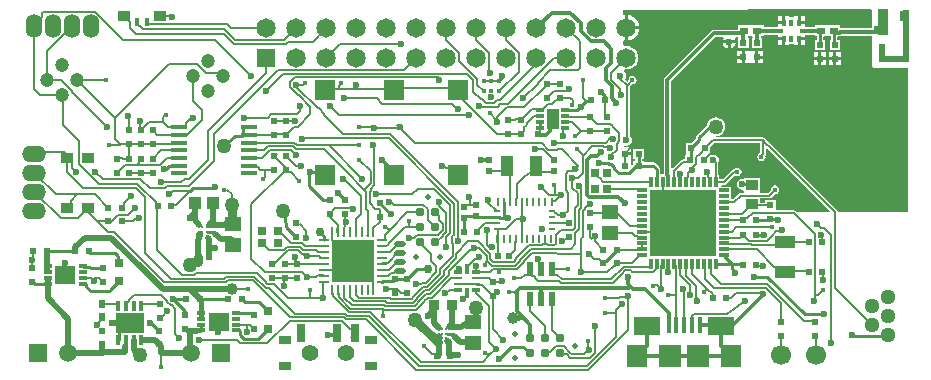
<source format=gtl>
G04*
G04 #@! TF.GenerationSoftware,Altium Limited,Altium Designer,19.1.5 (86)*
G04*
G04 Layer_Physical_Order=1*
G04 Layer_Color=255*
%FSLAX44Y44*%
%MOMM*%
G71*
G01*
G75*
%ADD12C,0.2540*%
%ADD15C,0.1524*%
%ADD18R,1.8000X1.7500*%
%ADD19R,1.8000X1.7500*%
%ADD20R,1.4750X0.4500*%
%ADD21R,0.5500X0.5500*%
%ADD22R,0.4000X0.6000*%
%ADD23R,0.6000X0.4000*%
%ADD24R,0.7500X0.6000*%
%ADD25R,0.7500X0.9500*%
%ADD26R,0.4500X0.4500*%
%ADD27R,0.4000X0.4500*%
%ADD28C,0.4000*%
%ADD29O,1.0000X0.5000*%
%ADD30R,0.4000X1.3500*%
%ADD31R,2.2000X1.6000*%
%ADD32R,1.8000X1.9000*%
%ADD33R,1.9000X1.9000*%
%ADD34R,0.5500X0.5500*%
%ADD35C,1.7000*%
%ADD36R,1.8000X1.0000*%
%ADD37R,1.0000X0.9000*%
%ADD38R,5.7000X5.7000*%
%ADD39R,0.3000X0.8500*%
%ADD40R,0.8500X0.3000*%
%ADD41R,0.7000X0.3000*%
%ADD42R,1.0000X1.7000*%
%ADD43R,0.6200X0.6000*%
%ADD44R,1.0000X1.8000*%
%ADD45R,0.2500X0.6750*%
%ADD46R,0.5750X0.2500*%
%ADD47R,0.7000X0.7500*%
%ADD48R,1.4500X1.1500*%
%ADD49R,0.6000X1.2000*%
%ADD50C,0.7870*%
%ADD51R,0.8000X0.3000*%
%ADD52R,0.8000X0.2500*%
%ADD53R,0.3500X0.8500*%
%ADD54R,0.8500X0.8500*%
%ADD55C,0.2080*%
%ADD56R,0.8500X0.2500*%
%ADD57R,0.2500X0.8500*%
%ADD58R,3.6000X3.6000*%
%ADD59R,0.7500X0.7000*%
%ADD60R,0.6000X0.6200*%
%ADD61R,1.0000X0.8000*%
%ADD62R,0.7000X1.5000*%
%ADD63R,0.8000X0.8000*%
%ADD64R,1.7500X1.5500*%
%ADD65R,2.4500X1.7000*%
%ADD66R,0.6000X0.7500*%
%ADD67R,1.0500X1.0000*%
%ADD68R,0.4000X0.8000*%
%ADD133C,0.2032*%
%ADD134C,0.3556*%
%ADD135C,0.5080*%
%ADD136C,0.3048*%
%ADD137C,0.7620*%
%ADD138C,0.4064*%
%ADD139R,0.5000X1.5000*%
%ADD140R,0.5000X4.5000*%
%ADD141R,2.5000X0.5000*%
%ADD142R,1.1430X0.8000*%
%ADD143R,0.8500X2.2300*%
%ADD144C,1.2000*%
%ADD145O,1.3000X1.3000*%
%ADD146C,0.4950*%
%ADD147C,1.4000*%
%ADD148R,1.5000X1.5000*%
%ADD149C,1.5000*%
G04:AMPARAMS|DCode=150|XSize=1.1mm|YSize=0.9mm|CornerRadius=0.225mm|HoleSize=0mm|Usage=FLASHONLY|Rotation=180.000|XOffset=0mm|YOffset=0mm|HoleType=Round|Shape=RoundedRectangle|*
%AMROUNDEDRECTD150*
21,1,1.1000,0.4500,0,0,180.0*
21,1,0.6500,0.9000,0,0,180.0*
1,1,0.4500,-0.3250,0.2250*
1,1,0.4500,0.3250,0.2250*
1,1,0.4500,0.3250,-0.2250*
1,1,0.4500,-0.3250,-0.2250*
%
%ADD150ROUNDEDRECTD150*%
%ADD151R,1.6500X1.6500*%
%ADD152C,1.6500*%
%ADD153O,1.4000X2.0000*%
%ADD154O,2.0000X1.4000*%
%ADD155C,0.6000*%
%ADD156C,0.7620*%
%ADD157C,1.2700*%
%ADD158C,1.0000*%
G36*
X722208Y306792D02*
Y292032D01*
X695304D01*
Y294084D01*
X685574D01*
X684756Y294084D01*
X683486Y294084D01*
X673756D01*
Y292927D01*
X668574D01*
Y293084D01*
X665090D01*
Y295140D01*
X660550D01*
Y296410D01*
X659280D01*
Y301950D01*
X656010D01*
Y300934D01*
X652090D01*
Y301950D01*
X648820D01*
Y296410D01*
X647550D01*
Y295140D01*
X643010D01*
Y293084D01*
X639526D01*
Y292927D01*
X630534D01*
Y294084D01*
X620804D01*
X619986Y294084D01*
X618716Y294084D01*
X608986D01*
Y290430D01*
X588312D01*
X587123Y290193D01*
X586115Y289520D01*
X546744Y250149D01*
X546071Y249141D01*
X545834Y247952D01*
Y168250D01*
X542749D01*
Y172570D01*
X542532Y173660D01*
X541914Y174584D01*
X541914Y174584D01*
X539224Y177274D01*
X538300Y177892D01*
X537210Y178109D01*
X537210Y178109D01*
X528828D01*
Y179534D01*
X527403D01*
Y181146D01*
X528828D01*
Y189694D01*
X520280D01*
Y181146D01*
X521705D01*
Y179534D01*
X520280D01*
Y176837D01*
X519333Y175890D01*
X518160Y176376D01*
Y184150D01*
X512870D01*
Y186690D01*
X518160D01*
Y190710D01*
X512251D01*
X511987Y191724D01*
X512993Y192507D01*
X514350Y192237D01*
X516115Y192589D01*
X517612Y193588D01*
X518611Y195085D01*
X518963Y196850D01*
X518611Y198615D01*
X517612Y200112D01*
X517044Y200491D01*
Y234189D01*
X517044Y234189D01*
Y241968D01*
X519182Y244106D01*
X519430Y244057D01*
X520805Y244331D01*
X521971Y245109D01*
X522749Y246275D01*
X523023Y247650D01*
X522749Y249025D01*
X521971Y250191D01*
X520805Y250970D01*
X519430Y251243D01*
X518055Y250970D01*
X516889Y250191D01*
X516110Y249025D01*
X515837Y247650D01*
X515886Y247402D01*
X514985Y246501D01*
X512778Y248708D01*
X513531Y249835D01*
X513883Y251600D01*
X513531Y253365D01*
X512532Y254862D01*
X512406Y254946D01*
X512347Y255996D01*
X513407Y256966D01*
X514350Y256842D01*
X516902Y257178D01*
X519279Y258162D01*
X521321Y259729D01*
X522887Y261771D01*
X523872Y264149D01*
X524208Y266700D01*
X523872Y269251D01*
X522887Y271629D01*
X521321Y273671D01*
X519279Y275238D01*
X516902Y276222D01*
X514350Y276558D01*
X512898Y276367D01*
X511628Y277479D01*
Y280582D01*
X512583Y281420D01*
X513080Y281354D01*
Y292070D01*
Y302786D01*
X512583Y302721D01*
X511628Y303558D01*
Y307331D01*
X721310Y307690D01*
X722208Y306792D01*
D02*
G37*
G36*
X673756Y285036D02*
X675331D01*
Y281896D01*
X673906D01*
Y273348D01*
X682454D01*
Y281896D01*
X681029D01*
Y284138D01*
X681927Y285036D01*
X684304Y285036D01*
X685574Y285036D01*
X687181D01*
Y281896D01*
X686606D01*
Y273348D01*
X695154D01*
Y281896D01*
X692879D01*
Y284351D01*
X693950Y284981D01*
X694225Y285036D01*
X695304D01*
Y285299D01*
X722208D01*
Y259372D01*
X722692Y258206D01*
X723858Y257722D01*
X753110D01*
Y135892D01*
X693210D01*
X693033Y136782D01*
X692528Y137538D01*
X637644Y192422D01*
X637356Y192614D01*
X634644Y195326D01*
X634452Y195614D01*
X631568Y198498D01*
X630812Y199003D01*
X629920Y199181D01*
X590615D01*
X590532Y200451D01*
X592121Y200660D01*
X594036Y201453D01*
X595681Y202715D01*
X596943Y204360D01*
X597737Y206276D01*
X598008Y208331D01*
X597737Y210387D01*
X596943Y212302D01*
X595681Y213947D01*
X594036Y215209D01*
X592121Y216003D01*
X590065Y216273D01*
X588010Y216003D01*
X586095Y215209D01*
X584450Y213947D01*
X583188Y212302D01*
X582394Y210387D01*
X582324Y209851D01*
X573804Y201331D01*
X573186Y200407D01*
X572969Y199317D01*
X572969Y199317D01*
Y198030D01*
X569078Y194139D01*
X564559D01*
Y185591D01*
X563924Y184614D01*
X563924D01*
Y180683D01*
X562037D01*
X561144Y180505D01*
X560388Y180000D01*
X553320Y172931D01*
X552050Y173416D01*
Y246665D01*
X589599Y284214D01*
X595928D01*
X596607Y282944D01*
X596100Y282185D01*
X595923Y281294D01*
X606715D01*
X606537Y282185D01*
X606030Y282944D01*
X606709Y284214D01*
X608601D01*
X609136Y283166D01*
Y274618D01*
X617684D01*
Y283166D01*
X617237D01*
X616816Y284436D01*
X617416Y285036D01*
X619534Y285036D01*
X620575Y285036D01*
X621175Y284436D01*
X620754Y283166D01*
X620566D01*
Y274618D01*
X629114D01*
Y283166D01*
X628207D01*
Y285036D01*
X630534D01*
Y286193D01*
X639526D01*
Y286036D01*
X643010D01*
Y283980D01*
X647550D01*
Y282710D01*
X648820D01*
Y277170D01*
X652090D01*
Y278186D01*
X656010D01*
Y277170D01*
X659280D01*
Y282710D01*
X660550D01*
Y283980D01*
X665090D01*
Y286036D01*
X668574D01*
Y286193D01*
X673756D01*
Y285036D01*
D02*
G37*
G36*
X627589Y186262D02*
X627275Y186199D01*
X626109Y185421D01*
X625331Y184255D01*
X625057Y182880D01*
X625331Y181505D01*
X626109Y180339D01*
X627275Y179561D01*
X628650Y179287D01*
X630025Y179561D01*
X631191Y180339D01*
X631969Y181505D01*
X632243Y182880D01*
X632043Y183883D01*
X632073Y183928D01*
X632251Y184820D01*
Y189468D01*
X633424Y189954D01*
X634252Y189126D01*
X634540Y188934D01*
X686409Y137065D01*
X685923Y135892D01*
X658615D01*
X657774Y136732D01*
X657018Y137237D01*
X656126Y137415D01*
X641796D01*
X640544Y137458D01*
Y146006D01*
X631996D01*
Y144063D01*
X627554D01*
Y147529D01*
X635000D01*
X635892Y147707D01*
X636648Y148212D01*
X639832Y151396D01*
X640080Y151347D01*
X641455Y151621D01*
X642621Y152399D01*
X643400Y153565D01*
X643673Y154940D01*
X643400Y156315D01*
X642621Y157481D01*
X641455Y158259D01*
X640080Y158533D01*
X638705Y158259D01*
X637539Y157481D01*
X636760Y156315D01*
X636487Y154940D01*
X636536Y154692D01*
X634035Y152191D01*
X628410D01*
X627554Y153106D01*
X627554Y153345D01*
Y165154D01*
X614506D01*
Y164938D01*
X613236Y163916D01*
X612450Y164073D01*
X610685Y163722D01*
X609188Y162722D01*
X608189Y161225D01*
X607837Y159460D01*
X608189Y157695D01*
X609188Y156198D01*
X610685Y155198D01*
X612450Y154847D01*
X613221Y155001D01*
X614186Y154227D01*
X614213Y153260D01*
X613205Y152247D01*
X610926D01*
X610034Y152069D01*
X609278Y151564D01*
X604505Y146791D01*
X602674D01*
Y157484D01*
X594534D01*
X594277Y157859D01*
X594948Y159129D01*
X596900D01*
X597792Y159307D01*
X598548Y159812D01*
X606141Y167404D01*
X606955Y166861D01*
X608330Y166587D01*
X609705Y166861D01*
X610871Y167639D01*
X611650Y168805D01*
X611923Y170180D01*
X611650Y171555D01*
X610871Y172721D01*
X609705Y173500D01*
X608330Y173773D01*
X606955Y173500D01*
X605789Y172721D01*
X605548Y172359D01*
X605468D01*
X604576Y172182D01*
X603820Y171677D01*
X595935Y163791D01*
X593910D01*
X592969Y164653D01*
X592924Y164877D01*
Y167234D01*
X592231D01*
Y177379D01*
X592057Y178253D01*
X592271Y178575D01*
X592623Y180340D01*
X592271Y182105D01*
X591272Y183602D01*
X589775Y184601D01*
X588010Y184953D01*
X586442Y184641D01*
X585172Y185222D01*
Y185630D01*
X584791D01*
Y190843D01*
X588467Y194519D01*
X627589D01*
Y186262D01*
D02*
G37*
%LPC*%
G36*
X665090Y301950D02*
X661820D01*
Y297680D01*
X665090D01*
Y301950D01*
D02*
G37*
G36*
X646280D02*
X643010D01*
Y297680D01*
X646280D01*
Y301950D01*
D02*
G37*
G36*
X515620Y302786D02*
Y293340D01*
X525066D01*
X524862Y294887D01*
X523775Y297512D01*
X522046Y299765D01*
X519791Y301495D01*
X517167Y302582D01*
X515620Y302786D01*
D02*
G37*
G36*
X525066Y290800D02*
X515620D01*
Y281354D01*
X517167Y281558D01*
X519791Y282645D01*
X522046Y284375D01*
X523775Y286628D01*
X524862Y289253D01*
X525066Y290800D01*
D02*
G37*
G36*
X665090Y281440D02*
X661820D01*
Y277170D01*
X665090D01*
Y281440D01*
D02*
G37*
G36*
X646280D02*
X643010D01*
Y277170D01*
X646280D01*
Y281440D01*
D02*
G37*
G36*
X606715Y278754D02*
X602589D01*
Y274628D01*
X603480Y274805D01*
X605313Y276030D01*
X606537Y277862D01*
X606715Y278754D01*
D02*
G37*
G36*
X600049D02*
X595923D01*
X596100Y277862D01*
X597325Y276030D01*
X599157Y274805D01*
X600049Y274628D01*
Y278754D01*
D02*
G37*
G36*
X626110Y272498D02*
Y268478D01*
X630130D01*
Y272498D01*
X626110D01*
D02*
G37*
G36*
X612140D02*
X608120D01*
Y268478D01*
X612140D01*
Y272498D01*
D02*
G37*
G36*
X696170Y271228D02*
X692150D01*
Y267208D01*
X696170D01*
Y271228D01*
D02*
G37*
G36*
X683470D02*
X679450D01*
Y267208D01*
X683470D01*
Y271228D01*
D02*
G37*
G36*
X689610D02*
X685590D01*
Y267208D01*
X689610D01*
Y271228D01*
D02*
G37*
G36*
X676910D02*
X672890D01*
Y267208D01*
X676910D01*
Y271228D01*
D02*
G37*
G36*
X630130Y265938D02*
X626110D01*
Y261918D01*
X630130D01*
Y265938D01*
D02*
G37*
G36*
X612140D02*
X608120D01*
Y261918D01*
X612140D01*
Y265938D01*
D02*
G37*
G36*
X618700Y272498D02*
X618280Y272498D01*
X614680D01*
Y267208D01*
Y261918D01*
X618280D01*
X619550Y261918D01*
X619970Y261918D01*
X623570D01*
Y267208D01*
Y272498D01*
X619970D01*
X618700Y272498D01*
D02*
G37*
G36*
X696170Y264668D02*
X692150D01*
Y260648D01*
X696170D01*
Y264668D01*
D02*
G37*
G36*
X689610D02*
X685590D01*
Y260648D01*
X689610D01*
Y264668D01*
D02*
G37*
G36*
X683470D02*
X679450D01*
Y260648D01*
X683470D01*
Y264668D01*
D02*
G37*
G36*
X676910D02*
X672890D01*
Y260648D01*
X676910D01*
Y264668D01*
D02*
G37*
%LPD*%
D12*
X410529Y131126D02*
Y141812D01*
Y131126D02*
X413862D01*
X404860Y131560D02*
X406445D01*
X406879Y131126D02*
X410529D01*
X410510Y141831D02*
Y144660D01*
X406445Y131560D02*
X406879Y131126D01*
X410490Y144680D02*
X410510Y144660D01*
Y141831D02*
X410529Y141812D01*
X108980Y41670D02*
X112432D01*
X202366Y28496D02*
X210820Y36950D01*
X186880Y32256D02*
Y35570D01*
X190640Y28496D02*
X202366D01*
X186880Y32256D02*
X190640Y28496D01*
X186650Y35800D02*
X186880Y35570D01*
X185976Y35800D02*
X186650D01*
X112432Y41670D02*
X118520Y35582D01*
X109220Y41910D02*
X110600D01*
X108980Y41670D02*
X109220Y41910D01*
X93980D02*
X100308Y35582D01*
X524554Y175260D02*
Y185420D01*
X568927Y181069D02*
Y189865D01*
X524554Y175260D02*
X537210D01*
X705126Y31474D02*
X717622D01*
X475615Y225425D02*
X480060Y229870D01*
X472440Y222250D02*
X475615Y225425D01*
X491490Y177810D02*
X498526D01*
X499250Y177086D02*
X501596D01*
X498526Y177810D02*
X499250Y177086D01*
X501596D02*
X504190Y174492D01*
Y172667D02*
Y174492D01*
Y172667D02*
X507947Y168910D01*
X516382D01*
X522732Y175260D01*
X375920Y132560D02*
X387350D01*
X376428Y119380D02*
Y132052D01*
X337319Y87630D02*
X346710D01*
X147320Y156210D02*
X165100D01*
X144780Y153670D02*
X147320Y156210D01*
X189368Y201372D02*
Y202390D01*
X470763Y222250D02*
X472440D01*
X470564Y222052D02*
X470763Y222250D01*
X466593Y222052D02*
X470564D01*
X466395Y222250D02*
X466593Y222052D01*
X462280Y222250D02*
X466395D01*
X480060Y229870D02*
X483108D01*
X484378Y231140D01*
X475615Y225425D02*
X476250Y224790D01*
X665480Y49530D02*
X681990D01*
X584832Y208331D02*
X590065D01*
X575818Y199317D02*
X584832Y208331D01*
X575818Y196850D02*
Y199317D01*
X233680Y93472D02*
Y97790D01*
X225957Y123493D02*
X234367Y115083D01*
X223520Y137160D02*
X225464Y135216D01*
X225957Y123493D02*
Y126893D01*
X225464Y127387D02*
X225957Y126893D01*
X225464Y127387D02*
Y135216D01*
X492760Y237490D02*
X496062Y234188D01*
X726338Y31474D02*
X735194D01*
X725830Y30966D02*
X726338Y31474D01*
X718130Y30966D02*
X725830D01*
X717622Y31474D02*
X718130Y30966D01*
X735194Y31474D02*
X735980Y32260D01*
X633730Y81280D02*
X665480Y49530D01*
X622300Y81280D02*
X633730D01*
X406400Y11430D02*
X411351Y16381D01*
Y16436D01*
X416634Y21719D01*
X427106D01*
X432315Y16510D01*
X433070D01*
X496780Y94698D02*
X506222Y104140D01*
X307131Y77000D02*
X308087Y77956D01*
X306643Y76512D02*
X307131Y77000D01*
X173990Y191770D02*
X182650Y200430D01*
X188426D01*
X189368Y201372D01*
Y202390D02*
X193551D01*
X388350Y131560D02*
X404860D01*
X317485Y77956D02*
X318647Y79117D01*
X308087Y77956D02*
X317485D01*
X318647Y79117D02*
X328807D01*
X337319Y87630D01*
X441280Y207250D02*
Y212250D01*
X130810Y62230D02*
X141478D01*
X130810D02*
X140970Y52070D01*
Y49022D02*
Y52070D01*
X245718Y158142D02*
Y169518D01*
Y158142D02*
X257621Y146239D01*
X263148D01*
X245718Y169518D02*
X246380Y170180D01*
X259080Y167450D02*
X262724Y163806D01*
X624332Y116840D02*
X631190D01*
X642112Y130048D02*
X642620Y129540D01*
X636270Y130048D02*
X642112D01*
X635762Y129540D02*
X636270Y130048D01*
X624332Y129540D02*
X635762D01*
X146050Y91440D02*
X148590Y93980D01*
X144780Y91440D02*
X146050D01*
X126712Y175224D02*
X135585D01*
X124384Y172896D02*
X126712Y175224D01*
X135585D02*
X135771Y175410D01*
X123190Y172720D02*
X123366Y172896D01*
X124384D01*
X246380Y170180D02*
X252730D01*
X255460Y167450D01*
X259080D01*
X568833Y189865D02*
X575818Y196850D01*
X568198Y180340D02*
X568927Y181069D01*
X568927Y189865D02*
X568927Y189865D01*
X568833Y189865D02*
X568927D01*
X612450Y159460D02*
X620700D01*
X621030Y159130D01*
X603650Y92460D02*
X611628D01*
X612648Y91440D01*
X596900Y99210D02*
X603650Y92460D01*
X596900Y99210D02*
Y99460D01*
X589900Y92460D02*
X603650D01*
Y87661D02*
Y92460D01*
Y87661D02*
X606100Y85211D01*
Y84530D02*
Y85211D01*
X305373Y143699D02*
X314452Y134620D01*
X269788Y152298D02*
X275848Y146239D01*
X255270Y118301D02*
Y119380D01*
Y118301D02*
X258131Y115439D01*
Y112000D02*
Y115439D01*
X189368Y203338D02*
Y206930D01*
X190348Y207910D01*
X194531D01*
X180030Y127420D02*
X181610Y125840D01*
X163900Y143700D02*
X165150D01*
X11430Y77978D02*
X12683Y76725D01*
X84270Y27450D02*
Y35950D01*
X191262Y59690D02*
X203080D01*
X188722Y62230D02*
X191262Y59690D01*
X151140Y35570D02*
X153920D01*
X154150Y35800D01*
Y40800D01*
X11430Y76708D02*
X13208Y74930D01*
X24250D01*
X24370Y75050D01*
X60622Y68798D02*
X77470D01*
X57100Y72320D02*
X60622Y68798D01*
X77470D02*
Y69970D01*
X57100Y72320D02*
Y74820D01*
X56870Y75050D02*
X57100Y74820D01*
X54370Y75050D02*
X56870D01*
X77470Y69970D02*
X85090Y77590D01*
X59831Y89344D02*
X60134Y89041D01*
X58588Y89344D02*
X59831D01*
X58112Y89820D02*
X58588Y89344D01*
X54600Y89820D02*
X58112D01*
X54370Y90050D02*
X54600Y89820D01*
X60134Y89041D02*
X70471D01*
X71120Y88392D01*
X23622Y102870D02*
X47498D01*
X81280Y101600D02*
X83968Y98912D01*
Y93712D02*
Y98912D01*
Y93712D02*
X85090Y92590D01*
X59182Y101600D02*
X81280D01*
X154178Y62230D02*
X177038D01*
X153162D02*
X154178D01*
X203080Y59690D02*
X210820Y51950D01*
X184150Y50800D02*
X196422D01*
X196720Y50502D01*
X197910D01*
X199390Y49022D01*
X366500Y33020D02*
X367555Y31965D01*
X362204Y33020D02*
X366500D01*
X158940Y119380D02*
X164370D01*
X693950Y287830D02*
X694786Y288666D01*
X691760Y287830D02*
X693950D01*
X690030Y289560D02*
X691760Y287830D01*
X690030Y278472D02*
X690880Y277622D01*
X690030Y278472D02*
Y289560D01*
X678180Y277622D02*
Y288710D01*
X679030Y289560D01*
X539900Y161460D02*
Y172570D01*
X537210Y175260D02*
X539900Y172570D01*
D15*
X587475Y179804D02*
X589900Y177379D01*
X405122Y121560D02*
X405610Y121072D01*
X404860Y121560D02*
X405122D01*
X397510Y143910D02*
Y146050D01*
X405610Y113430D02*
Y121072D01*
X464820Y137304D02*
Y152544D01*
X445490Y110084D02*
Y113430D01*
X447805Y107769D02*
X452817D01*
X452745Y136560D02*
X454209Y135096D01*
X454454Y109406D02*
Y116634D01*
X471126Y122795D02*
Y139300D01*
X463042Y154323D02*
Y161283D01*
X463344Y162910D02*
Y168559D01*
X458896Y121076D02*
X469407D01*
X463344Y162910D02*
X463550Y162705D01*
X452817Y107769D02*
X454454Y109406D01*
Y116634D02*
X458896Y121076D01*
X468630Y156355D02*
X473202Y151783D01*
X463344Y168559D02*
X465171Y170386D01*
X461010Y133495D02*
X464820Y137304D01*
X473202Y142068D02*
Y151783D01*
X397510Y143910D02*
X404860Y136560D01*
X471126Y139300D02*
X472738Y140912D01*
X451120Y136560D02*
X452745D01*
X454942Y135096D02*
X456543Y133495D01*
X468836Y170386D02*
X471170Y172720D01*
X469407Y121076D02*
X471126Y122795D01*
X471170Y172720D02*
X473710D01*
X463550Y161791D02*
Y162705D01*
X472738Y141604D02*
X473202Y142068D01*
X468630Y156355D02*
Y162705D01*
X472738Y140912D02*
Y141604D01*
X465171Y170386D02*
X468836D01*
X445490Y110084D02*
X447805Y107769D01*
X463042Y154323D02*
X464820Y152544D01*
X463042Y161283D02*
X463550Y161791D01*
X454209Y135096D02*
X454942D01*
X456543Y133495D02*
X461010D01*
X321945Y208280D02*
X322580D01*
X321945Y207645D02*
X335074Y194516D01*
X635996Y190774D02*
X690880Y135890D01*
X635900Y190774D02*
X635996D01*
X632804Y193871D02*
X635900Y190774D01*
X632804Y193871D02*
Y193966D01*
X629920Y196850D02*
X632804Y193966D01*
X321369Y208280D02*
X321945D01*
X556680Y64770D02*
Y86697D01*
Y40720D02*
Y64770D01*
X549910Y66040D02*
X555410D01*
X556680Y64770D01*
X92931Y182372D02*
X93566Y181737D01*
X150842Y261620D02*
X158462Y254000D01*
X405610Y99060D02*
Y113430D01*
X283556Y93576D02*
Y94500D01*
X265131Y112000D02*
X282631Y94500D01*
X258131Y87000D02*
X275131D01*
X283556Y93576D02*
X300131Y77000D01*
X439420Y201750D02*
X440276Y200894D01*
X449967Y212937D02*
X451780Y214750D01*
X549905Y85095D02*
X549910Y85090D01*
X549905Y85095D02*
Y92455D01*
X549900Y92460D02*
X549905Y92455D01*
X543686Y79884D02*
X543797Y79773D01*
X542763Y71120D02*
X543797D01*
X539987Y73897D02*
X542763Y71120D01*
X543797D02*
Y79773D01*
X537447Y73897D02*
X539987D01*
X556114Y87263D02*
X556680Y86697D01*
X562750Y41150D02*
Y69052D01*
X561340Y72390D02*
X562610Y71120D01*
X568036Y65906D02*
Y74584D01*
X574040Y60960D02*
Y63500D01*
X543686Y79884D02*
Y91246D01*
X559900Y82720D02*
X568036Y74584D01*
X559900Y82720D02*
Y92460D01*
X588439Y71961D02*
X632109D01*
X581114Y79286D02*
X588439Y71961D01*
X581114Y79286D02*
Y88496D01*
X556114Y87263D02*
Y91246D01*
X564900Y82030D02*
Y92460D01*
Y82030D02*
X573322Y73608D01*
X519080Y85296D02*
X536719D01*
X534900Y90305D02*
Y92460D01*
X534162Y89567D02*
X534900Y90305D01*
X519119Y89567D02*
X534162D01*
X573322Y64218D02*
Y73608D01*
X569900Y83642D02*
X582676Y70866D01*
X554900Y92460D02*
X556114Y91246D01*
X543686D02*
X544900Y92460D01*
X539162Y87739D02*
Y91722D01*
X536719Y85296D02*
X539162Y87739D01*
Y91722D02*
X539900Y92460D01*
X517809Y86566D02*
X519080Y85296D01*
X554900Y119460D02*
X562400Y126960D01*
X527900Y119460D02*
X554900D01*
X39370Y82550D02*
Y92710D01*
X280558Y36805D02*
X284120D01*
X187150Y24940D02*
X210317D01*
X184610Y27480D02*
X187150Y24940D01*
X152860Y27480D02*
X184610D01*
X210317Y24940D02*
X229173Y43796D01*
X193040Y34290D02*
Y40800D01*
X195928D01*
X184150D02*
X193040D01*
X152400Y27940D02*
X152860Y27480D01*
X195928Y40800D02*
X199390Y37338D01*
X121368Y48216D02*
X121876D01*
X119380Y46228D02*
X121368Y48216D01*
X121876D02*
X125730Y52070D01*
X674370Y30988D02*
X674489Y30869D01*
Y15118D02*
Y30869D01*
X645279Y15118D02*
Y30866D01*
X607060Y67310D02*
X629285D01*
X603250Y63500D02*
X607060Y67310D01*
X598932Y63500D02*
X603250D01*
X629285Y67310D02*
X629920Y66675D01*
X625602Y90170D02*
X629920D01*
X624332Y91440D02*
X625602Y90170D01*
X660550Y271100D02*
X660590Y271060D01*
X587502Y187960D02*
X588010D01*
X579882Y180340D02*
X587502Y187960D01*
X629920Y184820D02*
Y196850D01*
X566114Y169256D02*
X573234Y176376D01*
X459696Y189230D02*
X473688Y175238D01*
X299212Y192532D02*
X299720D01*
X299212D02*
X300990Y190754D01*
X587502Y196850D02*
X629920D01*
X580517Y189865D02*
X587502Y196850D01*
X382270Y45640D02*
X387350Y50720D01*
X501650Y184294D02*
X506012Y188657D01*
X501650Y182880D02*
Y184294D01*
X495676Y191356D02*
X499524D01*
X495164Y191868D02*
X495676Y191356D01*
X485238Y191868D02*
X495164D01*
X497176Y194916D02*
X500799Y198539D01*
X483976Y194916D02*
X497176D01*
X544900Y144460D02*
X562400Y126960D01*
X544900Y144460D02*
Y161460D01*
X389034Y96934D02*
X389890Y97790D01*
X386614Y96934D02*
X389034D01*
X379610Y89930D02*
X386614Y96934D01*
X379610Y87430D02*
Y89930D01*
X576185Y185533D02*
X580517Y189865D01*
X276163Y123887D02*
Y132015D01*
X404724Y87578D02*
X421282D01*
X274893Y116607D02*
Y122617D01*
X398780Y106001D02*
X399565Y106786D01*
X399198Y96139D02*
Y100268D01*
X380576Y111191D02*
X388275D01*
X396079Y94947D02*
Y99076D01*
X385261Y105905D02*
X389250D01*
X396079Y99076D01*
X388275Y111191D02*
X399198Y100268D01*
X399565Y106786D02*
X400156D01*
X384405Y105049D02*
X385261Y105905D01*
X370284Y100899D02*
X380576Y111191D01*
X363949Y86538D02*
X382460Y105049D01*
X384405D01*
X396079Y94947D02*
X396475Y94551D01*
X559985Y161545D02*
Y168825D01*
X399198Y96139D02*
X401663Y93674D01*
X387110Y89930D02*
X387350Y90170D01*
X367895Y116826D02*
Y126636D01*
X366824Y115755D02*
X367895Y116826D01*
X366824Y109571D02*
Y115755D01*
X364847Y118088D02*
Y127898D01*
X361950Y115191D02*
X364847Y118088D01*
X361950Y106680D02*
Y115191D01*
X361799Y119351D02*
Y135419D01*
X358902Y116454D02*
X361799Y119351D01*
X358902Y116098D02*
Y116454D01*
X353294Y110490D02*
X358902Y116098D01*
X358751Y120613D02*
Y125767D01*
X354978Y116840D02*
X358751Y120613D01*
X372110Y87223D02*
X372948Y88062D01*
X370284Y97183D02*
Y100899D01*
X359446Y86345D02*
X370284Y97183D01*
X367236Y98446D02*
Y109158D01*
X356398Y87608D02*
X367236Y98446D01*
X337441Y155831D02*
X351338D01*
X365296Y128347D02*
Y141873D01*
X240236Y198326D02*
X313153D01*
X368344Y127085D02*
Y143135D01*
X371392Y112312D02*
Y144398D01*
X274671Y201724D02*
X314066D01*
X355924Y141294D02*
Y143769D01*
X355344Y144349D02*
X355924Y143769D01*
X351338Y155831D02*
X365296Y141873D01*
X313153Y198326D02*
X368344Y143135D01*
X314066Y201724D02*
X371392Y144398D01*
X355924Y141294D02*
X361799Y135419D01*
X364847Y127898D02*
X365296Y128347D01*
X367895Y126636D02*
X368344Y127085D01*
X320929Y109220D02*
X322580D01*
X313709Y102000D02*
X320929Y109220D01*
X313667Y109803D02*
Y109967D01*
X312328Y108464D02*
X313667Y109803D01*
Y109967D02*
X326890Y123190D01*
X311595Y108464D02*
X312328D01*
X309775Y112488D02*
Y116735D01*
X309287Y112000D02*
X309775Y112488D01*
X307131Y112000D02*
X309287D01*
X330200Y114300D02*
X334842D01*
X375920Y132560D02*
X376428Y132052D01*
X355600Y128918D02*
X358751Y125767D01*
X352530Y135890D02*
X355600Y132820D01*
Y128918D02*
Y132820D01*
X337382Y116840D02*
X354978D01*
X352530Y110490D02*
X353294D01*
X334842Y114300D02*
X337382Y116840D01*
X243505Y80696D02*
X251142D01*
X116840Y104140D02*
Y140970D01*
Y143510D01*
X375920Y62230D02*
X376910D01*
X349347Y63686D02*
X365592Y79930D01*
X348085Y66734D02*
X363949Y82598D01*
Y86538D01*
X346823Y69782D02*
X359446Y82406D01*
Y86345D01*
X345560Y72830D02*
X356398Y83668D01*
Y87608D01*
X360680Y67310D02*
X361891D01*
X376910Y62230D02*
X379610Y64930D01*
X310084Y56301D02*
X335029D01*
X311346Y59349D02*
X333766D01*
X314950Y62397D02*
X332504D01*
X372110Y84930D02*
Y87223D01*
X342486Y72830D02*
X345560D01*
X333843Y64187D02*
X342486Y72830D01*
X343748Y69782D02*
X346823D01*
X336891Y62925D02*
X343748Y69782D01*
X345011Y66734D02*
X348085D01*
X339939Y61662D02*
X345011Y66734D01*
X339939Y61211D02*
Y61662D01*
X335029Y56301D02*
X339939Y61211D01*
X365592Y79930D02*
X372110D01*
X364511Y69930D02*
X372110D01*
X361891Y67310D02*
X364511Y69930D01*
X372110Y74930D02*
X387110D01*
X392107Y74492D02*
X401320Y65278D01*
X387548Y74492D02*
X392107D01*
X387110Y74930D02*
X387548Y74492D01*
X133175Y142065D02*
X144780Y153670D01*
X130133D02*
X144780D01*
X127383Y150921D02*
X130133Y153670D01*
X127002Y150921D02*
X127383D01*
X233703Y250068D02*
X355722D01*
X102870Y163830D02*
X110696Y156004D01*
X125709Y158242D02*
X144272D01*
X123471Y156004D02*
X125709Y158242D01*
X110696Y156004D02*
X123471D01*
X144272Y158242D02*
X165151Y179121D01*
X77470Y127351D02*
X77930Y127810D01*
X83425Y133306D01*
X99060Y156210D02*
X106886Y148384D01*
Y101394D02*
Y148384D01*
X54610Y156210D02*
X99060D01*
X106886Y101394D02*
X128524Y79756D01*
X99060Y130810D02*
X101600D01*
X96520Y128270D02*
X99060Y130810D01*
X87122Y128270D02*
X96520D01*
X130127Y142065D02*
X133175D01*
X129032Y140970D02*
X130127Y142065D01*
X77470Y127351D02*
Y128270D01*
X514764Y63914D02*
X515620Y64770D01*
X512697Y63914D02*
X514764D01*
X512489Y63706D02*
X512697Y63914D01*
X508350Y63706D02*
X512489D01*
X508144Y63500D02*
X508350Y63706D01*
X496570Y63500D02*
X508144D01*
X505460Y50803D02*
Y53340D01*
Y30124D02*
Y50803D01*
X505457Y50800D02*
X505460Y50803D01*
X496570Y50800D02*
X505457D01*
X628650Y183550D02*
X629920Y184820D01*
X628650Y182880D02*
Y183550D01*
X477520Y232410D02*
X480060Y229870D01*
X477520Y232410D02*
Y247650D01*
X468898Y229235D02*
Y230520D01*
Y229235D02*
X469372Y228761D01*
X466499Y232920D02*
X468898Y230520D01*
X458470Y232920D02*
X466499D01*
X401268Y87578D02*
X404724D01*
X405299Y87002D01*
Y86861D02*
Y87002D01*
Y86861D02*
X406400Y85760D01*
Y85090D02*
Y85760D01*
X404274Y212946D02*
X405130Y212090D01*
X404274Y212946D02*
Y214216D01*
X398780Y219710D02*
X404274Y214216D01*
X262128Y192532D02*
X290830Y163830D01*
X262636Y193040D02*
X288290D01*
X262128Y192532D02*
X262636Y193040D01*
X596900Y161460D02*
X605468Y170028D01*
X608178D01*
X608330Y170180D01*
X589900Y161460D02*
X596900D01*
X240030Y198120D02*
X240236Y198326D01*
X292172Y155012D02*
X293926Y153258D01*
X276580Y170605D02*
X292172Y155012D01*
X288290Y180340D02*
X297942Y170688D01*
Y160782D02*
Y170688D01*
X292172Y155012D02*
X297942Y160782D01*
X300990Y158598D02*
Y190754D01*
X297891Y155499D02*
X300990Y158598D01*
X273567Y43796D02*
X280558Y36805D01*
X280285Y54320D02*
X307755D01*
X308228Y53846D02*
X308821Y53253D01*
X307755Y54320D02*
X308228Y53846D01*
Y48642D02*
Y53846D01*
Y48642D02*
X308610Y48260D01*
X279023Y51272D02*
X298450D01*
Y50800D02*
Y51272D01*
Y50800D02*
X340316Y8934D01*
X392474D01*
X338711Y5459D02*
X394970D01*
X295946Y48224D02*
X338711Y5459D01*
X277760Y48224D02*
X295946D01*
X336219Y2411D02*
X482057D01*
X293563Y45066D02*
X336219Y2411D01*
X276607Y45066D02*
X293563D01*
X218109Y181233D02*
X226832Y172509D01*
X230029Y170021D02*
X237490Y162560D01*
X228217Y170021D02*
X230029D01*
X226281Y171958D02*
X228217Y170021D01*
X398167Y14627D02*
X403860Y20320D01*
X392474Y8934D02*
X398167Y14627D01*
X396694Y16100D02*
X398167Y14627D01*
X396230Y16100D02*
X396694D01*
X395290Y17040D02*
X396230Y16100D01*
X394620Y17040D02*
X395290D01*
X313881Y120841D02*
X328930Y135890D01*
X309775Y116735D02*
X313881Y120841D01*
X312006Y122716D02*
X313881Y120841D01*
X310354Y122716D02*
X312006D01*
X309880Y123190D02*
X310354Y122716D01*
X330200Y123190D02*
Y128270D01*
Y123190D02*
X339830D01*
X328930Y135890D02*
X339830D01*
X246380Y63250D02*
X257810D01*
X227580D02*
X246380D01*
Y69850D01*
X299779Y207010D02*
X300990D01*
X298509Y208280D02*
X299779Y207010D01*
X288290Y208280D02*
X298509D01*
X396475Y94551D02*
X400401Y90626D01*
X395444Y93520D02*
X396475Y94551D01*
X395444Y91914D02*
Y93520D01*
X394970Y91440D02*
X395444Y91914D01*
X271094Y240220D02*
X318770D01*
X259080D02*
X271094D01*
Y242979D01*
X273050Y244935D01*
Y245110D01*
X352378Y15923D02*
X354332Y13970D01*
X349837Y15923D02*
X352378D01*
X342900Y22860D02*
X349837Y15923D01*
X85344Y193040D02*
X85852Y193548D01*
X76200Y193040D02*
X85344D01*
X122141Y212090D02*
Y216121D01*
X124460Y218440D01*
X477199Y183829D02*
Y184471D01*
X472440Y189230D02*
X477199Y184471D01*
X453910Y150610D02*
X458990D01*
X448830D02*
X453910D01*
Y156619D01*
X453864Y156665D02*
X453910Y156619D01*
X453864Y156665D02*
Y158276D01*
X453390Y158750D02*
X453864Y158276D01*
X501650Y248092D02*
X509183Y240559D01*
Y235518D02*
Y240559D01*
Y235518D02*
X509428Y235273D01*
X180340Y71120D02*
X194310D01*
X176530Y154940D02*
X180030Y151440D01*
Y142240D02*
Y151440D01*
X208280Y171958D02*
X216121D01*
X204408D02*
X208280D01*
Y165770D02*
Y171958D01*
X207010Y164500D02*
X208280Y165770D01*
X207010Y163830D02*
Y164500D01*
X514714Y243476D02*
X515256D01*
X519430Y247650D01*
X509270Y248920D02*
Y251600D01*
Y248920D02*
X514714Y243476D01*
X307131Y102000D02*
X313709D01*
X326890Y123190D02*
X330200D01*
X310619Y107488D02*
X311595Y108464D01*
X310131Y107000D02*
X310619Y107488D01*
X320464Y101600D02*
X322580D01*
X312980Y94115D02*
X320464Y101600D01*
X312980Y93381D02*
Y94115D01*
X312087Y92488D02*
X312980Y93381D01*
X307619Y92488D02*
X312087D01*
X307131Y92000D02*
X307619Y92488D01*
X320466Y93980D02*
X322580D01*
X313486Y87000D02*
X320466Y93980D01*
X307131Y87000D02*
X313486D01*
X319656Y86360D02*
X322580D01*
X317449Y84153D02*
X319656Y86360D01*
X314950Y84153D02*
X317449D01*
X312796Y82000D02*
X314950Y84153D01*
X307131Y82000D02*
X312796D01*
X236475Y103632D02*
X239382Y100725D01*
X240195D01*
X242433Y98487D01*
X243644D01*
X234950Y243840D02*
X240630D01*
X241900Y245110D01*
X242570D01*
X471428Y200660D02*
X475744Y204976D01*
X471170Y200660D02*
X471428D01*
X49530Y247650D02*
X73660D01*
X120022Y16510D02*
X120650Y15882D01*
Y5080D02*
Y15882D01*
X687276Y25606D02*
Y116489D01*
X681639Y122126D02*
X687276Y116489D01*
X679244Y122126D02*
X681639D01*
X675640Y125730D02*
X679244Y122126D01*
X627033Y149860D02*
X635000D01*
X640080Y154940D01*
X387350Y132560D02*
X388350Y131560D01*
X103730Y56410D02*
Y56924D01*
X104718Y57912D01*
X119380D01*
X129506Y56944D02*
X132080Y54370D01*
X128621Y56944D02*
X129506D01*
X125524Y60040D02*
X128621Y56944D01*
X125524Y60040D02*
Y60926D01*
X120446Y66004D02*
X125524Y60926D01*
X132080Y33020D02*
Y54370D01*
X119631Y66004D02*
X120446D01*
X119596Y66040D02*
X119631Y66004D01*
X97627Y66040D02*
X119596D01*
X122578Y76708D02*
X175624D01*
X80160Y119126D02*
X122578Y76708D01*
X81280Y198120D02*
Y215900D01*
Y198120D02*
X85852Y193548D01*
X75438Y128270D02*
X77470D01*
X92343Y133306D02*
X98285Y139249D01*
X83425Y133306D02*
X92343D01*
X88948Y141526D02*
Y143558D01*
X87122Y139700D02*
X88948Y141526D01*
Y143558D02*
X95250Y149860D01*
X49530Y151130D02*
X64008D01*
X75438Y139700D01*
X58445Y139610D02*
X58640D01*
X54207Y135371D02*
X58445Y139610D01*
X66280Y128270D02*
X75424Y119126D01*
X58640Y135910D02*
X66280Y128270D01*
X482057Y2411D02*
X515826Y36179D01*
X66280Y128270D02*
X75438D01*
X515826Y36179D02*
Y64564D01*
X75424Y119126D02*
X80160D01*
X58640Y135910D02*
Y139610D01*
X93980Y151130D02*
X95250Y149860D01*
X443480Y189230D02*
X452850Y179860D01*
X436880Y189230D02*
X443480D01*
X452850Y179860D02*
X452950D01*
X442604Y194516D02*
X448147Y188974D01*
X335074Y194516D02*
X442604D01*
X448147Y188974D02*
X455140D01*
X455396Y189230D02*
X459696D01*
X455140Y188974D02*
X455396Y189230D01*
X468630Y165100D02*
X473067D01*
X474345Y158115D02*
X476250Y156210D01*
X453763Y145383D02*
X458990Y150610D01*
X441960Y157480D02*
X448830Y150610D01*
X451608Y145383D02*
X453763D01*
X451120Y144895D02*
X451608Y145383D01*
X451120Y144680D02*
Y144895D01*
X321339Y208251D02*
X321369Y208280D01*
X320099Y207010D02*
X321339Y208251D01*
X458681Y75898D02*
X502920D01*
X510334Y83312D02*
Y83469D01*
X502920Y75898D02*
X510334Y83312D01*
X501500Y78946D02*
X512168Y89614D01*
X459944Y78946D02*
X501500D01*
X519072Y89614D02*
X519119Y89567D01*
X512168Y89614D02*
X519072D01*
X513430Y86566D02*
X517809D01*
X510334Y83469D02*
X513430Y86566D01*
X515620Y64770D02*
X515826Y64564D01*
X505460Y53340D02*
X510540Y58420D01*
X128524Y79756D02*
X173651D01*
X175349Y81454D02*
X199381D01*
X173651Y79756D02*
X175349Y81454D01*
X476250Y85090D02*
Y100304D01*
Y85090D02*
X497840D01*
X503472Y90722D01*
X486465Y96465D02*
X490783D01*
X482416Y100514D02*
X486465Y96465D01*
X496062Y218229D02*
X497631Y216660D01*
X233680Y93472D02*
X235523Y91629D01*
X215839D02*
X227842Y103632D01*
X213933Y91629D02*
X215839D01*
X227842Y103632D02*
X236475D01*
X211699Y104211D02*
X224110D01*
X205913Y109997D02*
X211699Y104211D01*
X224110D02*
X226580Y106680D01*
X237737D01*
X240645Y103773D01*
X239622Y109772D02*
X242395Y107000D01*
X258131D01*
X222634Y117259D02*
X230121Y109772D01*
X239622D01*
X222151Y117259D02*
X222634D01*
X219413Y119997D02*
X222151Y117259D01*
X242984Y113886D02*
Y120236D01*
X240645Y103773D02*
X251827D01*
X239220Y84981D02*
X243505Y80696D01*
X208389Y84981D02*
X239220D01*
X496062Y231140D02*
Y234188D01*
X447040Y244604D02*
X458470D01*
X687173Y25503D02*
X687276Y25606D01*
X594281Y75009D02*
X633651D01*
X664840Y43820D01*
X632109Y71961D02*
X645279Y58792D01*
X586114Y83176D02*
X594281Y75009D01*
X664840Y43820D02*
X674489D01*
X645279Y42550D02*
Y58792D01*
X496526Y94698D02*
X496780D01*
X494538Y92710D02*
X496526Y94698D01*
X442687Y107769D02*
X445002Y110084D01*
X355600Y247650D02*
Y249946D01*
X355722Y250068D01*
X223906Y253116D02*
X379344D01*
X319850Y241300D02*
X369760D01*
X372110Y238950D02*
X372113Y238947D01*
X318770Y240220D02*
X319850Y241300D01*
X379344Y253116D02*
X384810Y247650D01*
X369760Y241300D02*
X372110Y238950D01*
X372486Y264029D02*
X377435Y259080D01*
X372486Y264029D02*
Y271064D01*
X361950Y281600D02*
X372486Y271064D01*
X361950Y281600D02*
Y292070D01*
X377691Y259080D02*
X387858Y248913D01*
X377435Y259080D02*
X377691D01*
X246476Y218680D02*
Y225183D01*
X236709Y234950D02*
X246476Y225183D01*
X235870Y208074D02*
X246476Y218680D01*
X165151Y201981D02*
X219710Y256540D01*
X255658Y256492D02*
X255986Y256164D01*
X239642Y256492D02*
X255658D01*
X239314Y256164D02*
X239642Y256492D01*
X230538Y256164D02*
X239314D01*
X230162Y256540D02*
X230538Y256164D01*
X219710Y256540D02*
X230162D01*
X229664Y246029D02*
X233703Y250068D01*
X229664Y241651D02*
Y246029D01*
Y241651D02*
X236364Y234950D01*
X236709D01*
X209550Y238760D02*
X223906Y253116D01*
X234950Y242097D02*
Y243840D01*
X173489Y287020D02*
X182024Y278486D01*
X255986Y256164D02*
X326014D01*
X182024Y278486D02*
X225676D01*
X227474Y280284D01*
X248564D01*
X260350Y292070D01*
X238123Y221447D02*
Y226060D01*
X235322Y218646D02*
X238123Y221447D01*
X233187Y208074D02*
X235870D01*
X226281Y201168D02*
X233187Y208074D01*
X234950Y242097D02*
X253321Y223726D01*
X263320Y225630D02*
X270716Y218234D01*
X275590Y232410D02*
X303057D01*
X501650Y248092D02*
Y254000D01*
X514350Y266700D01*
X514714Y234189D02*
Y243476D01*
X514714Y234189D02*
X514714Y234189D01*
X514714Y197214D02*
Y234189D01*
X514350Y196850D02*
X514714Y197214D01*
X502667Y207815D02*
X507863Y202619D01*
X502062Y198539D02*
X502577Y198024D01*
X500799Y198539D02*
X502062D01*
X507863Y195835D02*
Y202619D01*
X506012Y193984D02*
X507863Y195835D01*
X506012Y188657D02*
Y193984D01*
X483320Y194260D02*
X483976Y194916D01*
X452950Y194260D02*
X483320D01*
X461010Y200660D02*
Y206512D01*
X461748Y207250D01*
X462280D01*
X473688Y175238D02*
Y175238D01*
X434463Y223135D02*
X443432D01*
X451360Y227330D02*
X454962Y230932D01*
X447627Y227330D02*
X451360D01*
X443432Y223135D02*
X447627Y227330D01*
X320040Y209550D02*
X321339Y208251D01*
X300990Y207010D02*
X320099D01*
X258445Y217950D02*
X274671Y201724D01*
X299720Y192532D02*
Y193040D01*
X297891Y154236D02*
Y155499D01*
X296974Y153320D02*
X297891Y154236D01*
X296974Y143365D02*
Y153320D01*
Y143365D02*
X301677Y138663D01*
X304481D01*
X305373Y137770D01*
Y132015D02*
Y137770D01*
X293926Y138232D02*
Y153258D01*
Y138232D02*
X295131Y137027D01*
Y116845D02*
Y137027D01*
X294876Y116590D02*
X295131Y116845D01*
X366446Y227914D02*
X372110Y222250D01*
X257631Y77000D02*
X257810Y76821D01*
Y63250D02*
Y76821D01*
X474980Y257810D02*
Y280640D01*
X463550Y292070D02*
X474980Y280640D01*
X473334Y256164D02*
X474980Y257810D01*
X477199Y183829D02*
X485238Y191868D01*
X499524Y191356D02*
X500380Y190500D01*
X478834Y139079D02*
X482719Y142964D01*
X483870D01*
X473067Y165100D02*
X477199Y169231D01*
Y183829D01*
X471170Y172720D02*
X473688Y175238D01*
X554625Y170940D02*
X562037Y178352D01*
X554625Y161735D02*
X554900Y161460D01*
X587475Y179804D02*
X588010Y180340D01*
X554625Y161735D02*
Y170940D01*
X559911Y168619D02*
Y168751D01*
X559985Y168825D01*
X421078Y96902D02*
X431945Y107769D01*
X424126Y95639D02*
X433208Y104721D01*
X467048D02*
X471170Y108843D01*
X427174Y94377D02*
X434470Y101673D01*
X456045Y100304D02*
X476250D01*
X454675Y101673D02*
X456045Y100304D01*
X434470Y101673D02*
X454675D01*
X433208Y104721D02*
X467048D01*
X431945Y107769D02*
X442687D01*
X476250Y100304D02*
Y114131D01*
X333843Y63736D02*
Y64187D01*
X332504Y62397D02*
X333843Y63736D01*
X333766Y59349D02*
X336891Y62474D01*
X336291Y53253D02*
X342987Y59949D01*
X308821Y53253D02*
X336291D01*
X342987Y59949D02*
Y60400D01*
X336891Y62474D02*
Y62925D01*
X398018Y26162D02*
Y56642D01*
Y26162D02*
X403860Y20320D01*
X387110Y67550D02*
X398018Y56642D01*
X287934Y63464D02*
X313883D01*
X314950Y62397D01*
X283541Y60416D02*
X310280D01*
X311346Y59349D01*
X281548Y57368D02*
X309017D01*
X310084Y56301D01*
X346273Y63686D02*
X349347D01*
X342987Y60400D02*
X346273Y63686D01*
X339830Y109750D02*
Y110490D01*
X439420Y201750D02*
Y203200D01*
X441280Y205060D01*
Y207250D01*
X229680Y46844D02*
X274829D01*
X233318Y49892D02*
X276092D01*
X211349Y71861D02*
X233318Y49892D01*
X229173Y43796D02*
X273567D01*
X198118Y78406D02*
X229680Y46844D01*
X274829D02*
X276607Y45066D01*
X276092Y49892D02*
X277760Y48224D01*
X265619Y64675D02*
X279023Y51272D01*
X270619Y63986D02*
X280285Y54320D01*
X275452Y63464D02*
X281548Y57368D01*
X280131Y63825D02*
X283541Y60416D01*
X285619Y65779D02*
X287934Y63464D01*
X285619Y65779D02*
Y69512D01*
X280131Y63825D02*
Y66869D01*
X199381Y81454D02*
X208974Y71861D01*
X154150Y62202D02*
X154178Y62230D01*
X617684Y111804D02*
X625407D01*
X625657Y111554D01*
X633380D01*
X647186Y108506D02*
X649170Y110490D01*
X620668Y108506D02*
X647186D01*
X620418Y108756D02*
X620668Y108506D01*
X597604Y108756D02*
X620418D01*
X633380Y111554D02*
X637310Y115485D01*
Y115863D01*
X641241Y119794D01*
X645574D01*
X646430Y120650D01*
X201248Y84502D02*
X208897Y76853D01*
X148357Y82804D02*
X150055Y84502D01*
X177322Y78406D02*
X198118D01*
X175624Y76708D02*
X177322Y78406D01*
X150055Y84502D02*
X201248D01*
X116840Y104140D02*
X138176Y82804D01*
X148357D01*
X215921Y74909D02*
X227580Y63250D01*
X387350Y50720D02*
Y54610D01*
X382270Y45640D02*
X384620Y43290D01*
X208897Y76248D02*
X210236Y74909D01*
X208897Y76248D02*
Y76853D01*
X208974Y71861D02*
X211349D01*
X210236Y74909D02*
X215921D01*
X224790Y73660D02*
Y79371D01*
X225363Y79945D01*
X124904Y181910D02*
X135771D01*
X119060Y176066D02*
X124904Y181910D01*
X100043Y176066D02*
X119060D01*
X92710Y217170D02*
X92931Y216949D01*
Y205232D02*
Y216949D01*
X40640Y170180D02*
X54610Y156210D01*
X282631Y94500D02*
X283556D01*
X275131Y87000D02*
X282631Y94500D01*
X300131Y70000D02*
Y77000D01*
X265131Y112000D02*
Y119000D01*
X213182Y218646D02*
X235322D01*
X210436Y215900D02*
X213182Y218646D01*
X190500Y215900D02*
X210436D01*
X226789Y213360D02*
X233680D01*
X226281Y212852D02*
X226789Y213360D01*
X233080Y194910D02*
X235458Y192532D01*
X194531Y194910D02*
X233080D01*
X231954Y191726D02*
X234244Y189436D01*
X211161Y191726D02*
X231954D01*
X229977Y188678D02*
X234506Y184150D01*
X212424Y188678D02*
X229977D01*
X194531Y181910D02*
X196019Y183398D01*
X234244Y189436D02*
X258077D01*
X235458Y192532D02*
X262128D01*
X234506Y184150D02*
X234950D01*
X216121Y212852D02*
X226281D01*
X358140Y175260D02*
X359410D01*
X361717Y172953D01*
X366607D01*
X372110Y167450D01*
X270716Y218234D02*
X380794D01*
X253650Y223726D02*
X258445Y218930D01*
X253321Y223726D02*
X253650D01*
X258445Y217950D02*
Y218930D01*
X303057Y232410D02*
X307553Y227914D01*
X366446D01*
X260350Y266700D02*
X271780Y278130D01*
X323850D01*
X321310Y209550D02*
X322580Y208280D01*
X320040Y209550D02*
X321310D01*
X154940Y214221D02*
Y222250D01*
X147320Y229870D02*
X154940Y222250D01*
X147320Y229870D02*
Y251460D01*
X170180Y254000D02*
X172720Y251460D01*
X158462Y254000D02*
X170180D01*
X127000Y261620D02*
X150842D01*
X243644Y98487D02*
X243667Y98464D01*
X251142Y80696D02*
X252863Y82417D01*
X196850Y96520D02*
X208389Y84981D01*
X196850Y96520D02*
Y142527D01*
X226281Y171958D01*
X490783Y96465D02*
X494538Y92710D01*
X487886Y16861D02*
Y37036D01*
X483596Y12571D02*
X487886Y16861D01*
X481930Y19720D02*
X482600Y19050D01*
X481930Y19720D02*
Y26670D01*
X480924Y5588D02*
X505460Y30124D01*
X447620Y5588D02*
X480924D01*
X466896Y12571D02*
X483596D01*
X463589Y15879D02*
X466896Y12571D01*
X459101Y15879D02*
X463589D01*
X458470Y16510D02*
X459101Y15879D01*
X267861Y139591D02*
X279545D01*
X279849Y139286D01*
X282354D01*
X283210Y138430D01*
X269643Y119000D02*
Y122405D01*
X481667Y19050D02*
X482600D01*
X387110Y67550D02*
Y69930D01*
X582188Y169023D02*
X583686Y167525D01*
X582188Y169023D02*
Y170234D01*
X583686Y165424D02*
Y167525D01*
X584900Y161460D02*
Y164210D01*
X589900Y163914D02*
Y177379D01*
X582188Y170234D02*
X582537D01*
X408432Y76962D02*
X408940Y77470D01*
X314452Y134620D02*
X314960D01*
X269788Y152298D02*
Y153122D01*
X132080Y33020D02*
X135890Y29210D01*
X90730Y58910D02*
X91718Y59898D01*
X92301D02*
X93194Y60791D01*
Y61607D02*
X97627Y66040D01*
X93194Y60791D02*
Y61607D01*
X90730Y56410D02*
Y58910D01*
X91718Y59898D02*
X92301D01*
X265619Y64675D02*
Y66512D01*
X264775Y67357D02*
X265619Y66512D01*
X270619Y63986D02*
Y66512D01*
X269775Y67357D02*
X270619Y66512D01*
X275452Y63464D02*
Y66548D01*
X284120Y34010D02*
Y36805D01*
X281382Y30117D02*
X284120Y32855D01*
Y34010D01*
X224414Y281534D02*
X234950Y292070D01*
X183286Y281534D02*
X224414D01*
X173886Y290934D02*
X183286Y281534D01*
X105193Y290934D02*
X173886D01*
X99060Y287020D02*
X173489D01*
X93980Y292100D02*
X99060Y287020D01*
X93980Y292100D02*
Y296880D01*
X93378Y297482D02*
X93980Y296880D01*
X93378Y297482D02*
Y297982D01*
X89640Y301720D02*
X93378Y297982D01*
X89140Y301720D02*
X89640D01*
X101378Y293982D02*
X102145D01*
X105193Y290934D01*
X100140Y295220D02*
X101378Y293982D01*
X100140Y295220D02*
Y297220D01*
X110426Y294934D02*
X176236D01*
X108140Y297220D02*
X110426Y294934D01*
X176236D02*
X179100Y292070D01*
X209550D01*
X88392Y281940D02*
X166040D01*
X64676Y305656D02*
X88392Y281940D01*
X166040D02*
X196380Y251600D01*
X449868Y256164D02*
X473334D01*
X439025Y245321D02*
X449868Y256164D01*
X439025Y244715D02*
Y245321D01*
X426720Y232410D02*
X439025Y244715D01*
X453050Y266700D02*
X463550D01*
X414188Y227838D02*
X453050Y266700D01*
X412122Y227838D02*
X414188D01*
X407670Y227330D02*
X411614D01*
X412122Y227838D01*
X372110Y222250D02*
Y223520D01*
X372113Y234947D02*
X404622Y202438D01*
X389890Y226060D02*
X390604Y225346D01*
X395032Y228394D02*
X402239D01*
X392080Y231346D02*
X395032Y228394D01*
X390954Y231346D02*
X392080D01*
X384810Y237490D02*
X390954Y231346D01*
X380794Y218234D02*
X381000Y218440D01*
X390604Y225346D02*
X405686D01*
X372113Y234947D02*
Y238947D01*
X384810Y237490D02*
Y247650D01*
X404622Y202438D02*
X414020D01*
X398780Y234950D02*
X400050Y233680D01*
X20437Y305656D02*
X64676D01*
X19544Y304763D02*
X20437Y305656D01*
X19544Y301526D02*
Y304763D01*
X12830Y294812D02*
X19544Y301526D01*
X12830Y293370D02*
Y294812D01*
X24130Y272538D02*
X44830Y293238D01*
X379610Y64930D02*
Y67430D01*
X412750Y281600D02*
X423286Y271064D01*
X406800Y238320D02*
X423286Y254806D01*
Y271064D01*
X412750Y281600D02*
Y292070D01*
X405686Y225346D02*
X407670Y227330D01*
X404986Y231140D02*
X407670D01*
X402239Y228394D02*
X404986Y231140D01*
X398779Y254000D02*
X398780D01*
X397886Y254893D02*
X398779Y254000D01*
X397886Y254893D02*
Y271064D01*
X387350Y281600D02*
X397886Y271064D01*
X387350Y281600D02*
Y292070D01*
X387858Y243762D02*
X393300Y238320D01*
X387858Y243762D02*
Y248913D01*
X405130Y212090D02*
Y216535D01*
X413385Y224790D01*
X427990D01*
X445052Y241852D01*
Y242616D01*
X447040Y244604D01*
X454962Y230932D02*
X456482D01*
X458470Y232920D01*
X425450Y214122D02*
X434463Y223135D01*
X414020Y214122D02*
X419862D01*
X412750D02*
X414020D01*
X407670Y231140D02*
X438150Y261620D01*
X160020Y204470D02*
X209550Y254000D01*
X160020Y180301D02*
Y204470D01*
X209550Y254000D02*
Y266700D01*
X146050Y215900D02*
X147320D01*
X141703Y211553D02*
X146050Y215900D01*
X141703Y209398D02*
Y211553D01*
X139315Y207010D02*
X141703Y209398D01*
X137160Y207010D02*
X139315D01*
X135771Y201410D02*
X142128D01*
X136260Y207910D02*
X137160Y207010D01*
X135771Y207910D02*
X136260D01*
X438150Y261620D02*
Y266700D01*
X326014Y256164D02*
X336550Y266700D01*
X285750Y241300D02*
Y243840D01*
X366824Y109571D02*
X367236Y109158D01*
X144093Y164374D02*
X160020Y180301D01*
X120650Y161290D02*
X137160D01*
X140244Y164374D01*
X144093D01*
X377250Y41640D02*
X384500D01*
X262986Y134716D02*
X267861Y139591D01*
X261874Y133604D02*
X262986Y134716D01*
X261874Y133604D02*
X267764Y127714D01*
X270090Y122042D02*
Y125025D01*
X267764Y127351D02*
X270090Y125025D01*
X267764Y127351D02*
Y127714D01*
X270090Y122042D02*
X270131Y122000D01*
X269643Y122488D02*
X270090Y122042D01*
Y119042D02*
Y122042D01*
Y119042D02*
X270131Y119000D01*
X269560Y122488D02*
X269643Y122405D01*
X269560Y122488D02*
X269643D01*
X270131Y119000D02*
Y122000D01*
X289560Y134620D02*
Y149860D01*
X285131Y130191D02*
X289560Y134620D01*
X285131Y119000D02*
Y130191D01*
X305373Y127573D02*
Y132015D01*
X300131Y122331D02*
X305373Y127573D01*
X300131Y119000D02*
Y122331D01*
X307131Y107000D02*
X310131D01*
X310619Y107488D02*
Y107571D01*
X252863Y82417D02*
X257715D01*
X258131Y82000D01*
X235523Y91629D02*
X257760D01*
X258131Y92000D01*
X243667Y98464D02*
X253751D01*
X254643Y97571D01*
Y97488D02*
Y97571D01*
Y97488D02*
X255131Y97000D01*
X258131D01*
X253112Y102488D02*
X257643D01*
X258131Y102000D01*
X251827Y103773D02*
X253112Y102488D01*
X490498Y166092D02*
Y166322D01*
X490450Y166370D02*
X490498Y166322D01*
X490220Y166370D02*
X490450D01*
X494741Y161846D02*
X534514D01*
X491974Y164613D02*
X494741Y161846D01*
X491974Y164613D02*
Y164616D01*
X490498Y166092D02*
X491974Y164616D01*
X487760Y168830D02*
X490220Y166370D01*
X394674Y126560D02*
X404860D01*
X388112Y119998D02*
X394674Y126560D01*
X388112Y119380D02*
Y119998D01*
X396240Y108541D02*
Y120650D01*
Y108541D02*
X398780Y106001D01*
X400401Y90626D02*
X420019D01*
X401663Y93674D02*
X418757D01*
X100330Y160020D02*
X116840Y143510D01*
X67455Y160020D02*
X100330D01*
X50854Y176621D02*
X67455Y160020D01*
X71120Y163830D02*
X102870D01*
X64770Y170180D02*
X71120Y163830D01*
X40640Y170180D02*
Y181610D01*
X285131Y70000D02*
X285619Y69512D01*
X274320Y163830D02*
X275590D01*
X289560Y149860D01*
X394970Y5459D02*
X395099Y5588D01*
X417242D01*
X461047Y22731D02*
X466925Y16853D01*
X454531Y22731D02*
X461047D01*
X449524Y17724D02*
X454531Y22731D01*
X417242Y5588D02*
X417371Y5459D01*
X447491D01*
X447620Y5588D01*
X455853Y83037D02*
X459944Y78946D01*
X457109Y77470D02*
X458681Y75898D01*
X436674Y80483D02*
X439687Y77470D01*
X457109D01*
X573322Y64218D02*
X574040Y63500D01*
X569900Y83642D02*
Y92460D01*
X582676Y70866D02*
X587248Y66294D01*
X580390Y68580D02*
X582676Y70866D01*
X587248Y63500D02*
Y66294D01*
X562978Y69280D02*
X563180D01*
X562750Y69052D02*
X562978Y69280D01*
X562750Y41150D02*
X563180Y40720D01*
X559900Y161460D02*
X559985Y161545D01*
X474174Y138038D02*
X475786Y139649D01*
Y140341D02*
X476250Y140805D01*
X475786Y139649D02*
Y140341D01*
X478834Y138387D02*
Y139079D01*
X476250Y140805D02*
Y156210D01*
X477222Y136775D02*
X478834Y138387D01*
X477222Y115103D02*
Y136775D01*
X474174Y121533D02*
Y138038D01*
X476250Y114131D02*
X477222Y115103D01*
X471170Y118529D02*
X474174Y121533D01*
X471170Y108843D02*
Y118529D01*
X589900Y163914D02*
X590638Y164652D01*
X589900Y161460D02*
Y163914D01*
X573234Y176376D02*
Y182425D01*
X566114Y165424D02*
Y169256D01*
X583686Y165424D02*
X584900Y164210D01*
X313690Y144780D02*
X314702D01*
X317371Y142111D01*
X342407D01*
X302260Y151130D02*
X332740D01*
X337441Y155831D01*
X346051Y129669D02*
Y138467D01*
X342407Y142111D02*
X346051Y138467D01*
Y129669D02*
X352530Y123190D01*
X387110Y84930D02*
Y89930D01*
Y84930D02*
X398620D01*
X401268Y87578D01*
X398352Y79930D02*
X401320Y76962D01*
X387110Y79930D02*
X398352D01*
X421282Y87578D02*
X427174Y93470D01*
Y94377D01*
X421078Y95995D02*
Y96902D01*
X418757Y93674D02*
X421078Y95995D01*
X424126Y94733D02*
Y95639D01*
X420019Y90626D02*
X424126Y94733D01*
X165151Y179121D02*
Y201981D01*
X45073Y173367D02*
X48260Y170180D01*
X45073Y173367D02*
Y177371D01*
X40835Y181610D02*
X45073Y177371D01*
X40640Y181610D02*
X40835D01*
X50854Y176621D02*
Y196034D01*
X194531Y181910D02*
X205656D01*
X212424Y188678D01*
X207845Y188410D02*
X211161Y191726D01*
X194531Y188410D02*
X207845D01*
X258077Y189436D02*
X276580Y170933D01*
Y170605D02*
Y170933D01*
X200956Y174110D02*
Y175410D01*
X202444Y173922D02*
X204408Y171958D01*
X201144Y173922D02*
X202444D01*
X200956Y174110D02*
X201144Y173922D01*
X218109Y185043D02*
Y185464D01*
X37338Y209550D02*
X50854Y196034D01*
X564900Y164210D02*
X566114Y165424D01*
X564900Y161460D02*
Y164210D01*
X566210Y178352D02*
X568198Y180340D01*
X562037Y178352D02*
X566210D01*
X420490Y111305D02*
Y113430D01*
X420002Y110817D02*
X420490Y111305D01*
X419993Y110817D02*
X420002D01*
X419993Y103763D02*
Y110817D01*
X419100Y68580D02*
X421640Y66040D01*
X415290Y68580D02*
X419100D01*
X478236Y15619D02*
X481667Y19050D01*
X466925Y16853D02*
X466937D01*
X468171Y15619D01*
X478236D01*
X446984Y17724D02*
X449524D01*
X445770Y16510D02*
X446984Y17724D01*
X612648Y116840D02*
X617684Y111804D01*
X596900Y109460D02*
X597604Y108756D01*
X607060Y123190D02*
X637540D01*
X621143Y135084D02*
X656126D01*
X616791Y130732D02*
X621143Y135084D01*
X613840Y130732D02*
X616791D01*
X621928Y141732D02*
X636270D01*
X620530Y143130D02*
X621928Y141732D01*
X616792Y139392D02*
X620530Y143130D01*
X616792Y138892D02*
Y139392D01*
X612476Y134576D02*
X616792Y138892D01*
X626977Y149916D02*
X627033Y149860D01*
X610926Y149916D02*
X626977D01*
X605470Y144460D02*
X610926Y149916D01*
X612648Y129540D02*
X613840Y130732D01*
X597016Y134576D02*
X612476D01*
X596900Y134460D02*
X597016Y134576D01*
X596900Y144460D02*
X605470D01*
X673564Y65234D02*
Y117646D01*
X432460Y86970D02*
Y87430D01*
Y85275D02*
Y86970D01*
X419100Y80010D02*
X425040D01*
X428067Y83037D01*
X430222D01*
X432460Y85275D01*
X690880Y71360D02*
Y135890D01*
Y71360D02*
X721980Y40260D01*
X503472Y90722D02*
X504234D01*
X506222Y92710D01*
X367555Y31965D02*
X368610Y30910D01*
X164370Y119380D02*
X165910Y117840D01*
X84230Y56410D02*
Y57112D01*
X83242Y58100D02*
X84230Y57112D01*
X70260Y58100D02*
X83242D01*
X274643Y116357D02*
X274893Y116607D01*
Y122617D02*
X276163Y123887D01*
X415490Y144680D02*
Y175260D01*
X410567Y170660D02*
Y172877D01*
X397950Y170660D02*
X410567D01*
X415290Y99060D02*
X419993Y103763D01*
X414810Y99060D02*
X415290D01*
X437950Y174498D02*
Y175260D01*
Y173105D02*
Y174498D01*
X421640Y147955D02*
Y159950D01*
X420490Y146805D02*
X421640Y147955D01*
X420490Y144680D02*
Y146805D01*
X421640Y159950D02*
X429450Y167760D01*
X430450D01*
X431557Y168867D01*
X433712D01*
X437950Y173105D01*
X412950Y175260D02*
X415490D01*
X410567Y172877D02*
X412950Y175260D01*
X442188Y170260D02*
X452950D01*
X437950Y174498D02*
X442188Y170260D01*
X676496Y65626D02*
X680720Y69850D01*
X673956Y65626D02*
X676496D01*
X673564Y65234D02*
X673956Y65626D01*
X651510Y86360D02*
X668528D01*
X452950Y170260D02*
Y170660D01*
X102870Y205453D02*
X103091Y205232D01*
X102870Y205453D02*
Y213360D01*
X45116Y238094D02*
X74930Y208280D01*
X45116Y238094D02*
Y238382D01*
X35848Y247650D02*
X45116Y238382D01*
X24130Y247650D02*
X35848D01*
X44830Y293238D02*
Y293370D01*
X24130Y247650D02*
Y272538D01*
X142128Y201410D02*
X154940Y214221D01*
X81280Y215900D02*
X127000Y261620D01*
X85852Y193548D02*
X92931D01*
X49530Y247650D02*
X81280Y215900D01*
X194531Y201410D02*
X194773Y201168D01*
X216121D01*
X216881Y201928D01*
X225520D01*
X226281Y201168D01*
X89419Y176066D02*
X100043D01*
X120559Y188410D02*
X135771D01*
X113251Y181102D02*
X120559Y188410D01*
X102236Y180108D02*
X104085D01*
X100043Y176066D02*
X101242Y177266D01*
Y179114D01*
X102236Y180108D01*
X82771Y169418D02*
X89419Y176066D01*
X92931Y169418D02*
X103091D01*
X113251D01*
X134409Y193548D02*
X135771Y194910D01*
X113251Y193548D02*
X134409D01*
X92931Y181102D02*
X93566Y181737D01*
X92931Y182372D02*
Y193548D01*
X87851Y181610D02*
X88359Y181102D01*
X83279Y181610D02*
X87851D01*
X82771Y181102D02*
X83279Y181610D01*
X88359Y181102D02*
X92931D01*
Y193548D02*
X103091D01*
X113251D01*
X109949Y212090D02*
X122141D01*
X126320Y207910D02*
X135771D01*
X122141Y212090D02*
X126320Y207910D01*
X103091Y205232D02*
X109949Y212090D01*
X113251Y205232D02*
X117073Y201410D01*
X135771D01*
X30992Y151130D02*
X49530D01*
X12832Y169290D02*
X30992Y151130D01*
X15240Y170560D02*
X15372D01*
X35312Y130810D02*
X49840D01*
X54207Y135177D01*
Y135371D01*
X12832Y153290D02*
X35312Y130810D01*
X12700Y153290D02*
X12832D01*
X43759Y145358D02*
X49530Y151130D01*
X43759Y142729D02*
Y145358D01*
X40640Y139610D02*
X43759Y142729D01*
X41375Y182880D02*
X43180D01*
X37695Y186560D02*
X41375Y182880D01*
X15240Y186560D02*
X37695D01*
X12830Y239900D02*
Y293370D01*
Y239900D02*
X17780Y234950D01*
X36830D01*
X37338Y234442D01*
Y209550D02*
Y234442D01*
X500520Y210820D02*
X502667Y208673D01*
Y207815D02*
Y208673D01*
X489501Y210820D02*
X500520D01*
X483661Y216660D02*
X489501Y210820D01*
X483661Y204976D02*
X497631D01*
X430486Y210425D02*
Y211058D01*
X429147Y209086D02*
X430486Y210425D01*
X428514Y209086D02*
X429147D01*
X427438Y208010D02*
X428514Y209086D01*
X427438Y204426D02*
Y208010D01*
X430486Y211058D02*
X436387Y216958D01*
X440988D01*
X441280Y217250D01*
X425450Y202438D02*
X427438Y204426D01*
X462440Y212090D02*
X468630D01*
X462280Y212250D02*
X462440Y212090D01*
X468630D02*
X475744Y204976D01*
X483661D01*
X462280Y217250D02*
X462870Y216660D01*
X483661D01*
X414020Y202438D02*
X425450D01*
X419862Y214122D02*
X420370Y214630D01*
X424942D01*
X425450Y214122D01*
X537210Y73660D02*
X537447Y73897D01*
X673100Y60960D02*
X673564Y65234D01*
X445770Y29210D02*
Y39370D01*
X432460Y52680D02*
X445770Y39370D01*
X656126Y135084D02*
X673564Y117646D01*
X599666Y49756D02*
X614680Y60960D01*
X571726Y49756D02*
X599666D01*
X570230Y48260D02*
X571726Y49756D01*
X570230Y41270D02*
Y48260D01*
X569680Y40720D02*
X570230Y41270D01*
X464620Y87430D02*
X464820Y87630D01*
X451460Y87430D02*
X464620D01*
X432460Y52680D02*
Y62430D01*
X451460Y36220D02*
X458470Y29210D01*
X451460Y36220D02*
Y62430D01*
X436674Y80483D02*
Y81299D01*
X435781Y82192D02*
X436674Y81299D01*
X434698Y82192D02*
X435781D01*
X434340Y82550D02*
X434698Y82192D01*
X434340Y82550D02*
Y85090D01*
X432460Y86970D02*
X434340Y85090D01*
X453698Y83037D02*
X455853D01*
X451460Y85275D02*
X453698Y83037D01*
X451460Y85275D02*
Y87430D01*
X586114Y83176D02*
Y88496D01*
X584900Y89710D02*
X586114Y88496D01*
X584900Y89710D02*
Y92460D01*
X579900Y89710D02*
X581114Y88496D01*
X579900Y89710D02*
Y92460D01*
X576185Y185376D02*
Y185533D01*
X573234Y182425D02*
X576185Y185376D01*
X499762Y135382D02*
X500380Y136000D01*
X483870Y135382D02*
X499762D01*
X518928Y118110D02*
X521364Y115674D01*
X523936D01*
X525150Y114460D01*
X527900D01*
X500490Y118110D02*
X518928D01*
X500380Y118000D02*
X500490Y118110D01*
X505858Y136000D02*
X517398Y124460D01*
X527900D01*
X500380Y136000D02*
X505858D01*
X518995Y92710D02*
X525745Y99460D01*
X506222Y92710D02*
X518995D01*
X525745Y99460D02*
X527900D01*
X650240Y85090D02*
X651510Y86360D01*
X650040Y85290D02*
X650240Y85090D01*
X648970Y85290D02*
X650040D01*
X649170Y110490D02*
X668528D01*
X639452Y89528D02*
X642577D01*
X624520Y104460D02*
X639452Y89528D01*
X596900Y104460D02*
X624520D01*
X642577Y89528D02*
X646815Y85290D01*
X648970D01*
X525150Y154460D02*
X527900D01*
X523800Y155810D02*
X525150Y154460D01*
X497760Y155810D02*
X523800D01*
X534514Y161846D02*
X534900Y161460D01*
X487760Y168830D02*
Y169310D01*
X603330Y119460D02*
X607060Y123190D01*
X596900Y119460D02*
X603330D01*
X610268Y114460D02*
X612648Y116840D01*
X596900Y114460D02*
X610268D01*
X596900Y129460D02*
X596980Y129540D01*
X612648D01*
X527900Y104460D02*
Y109460D01*
X527580Y104140D02*
X527900Y104460D01*
X506222Y104140D02*
X527580D01*
D18*
X372110Y167450D02*
D03*
Y238950D02*
D03*
D19*
X259080D02*
D03*
Y167450D02*
D03*
X317500D02*
D03*
Y238950D02*
D03*
D20*
X135771Y207910D02*
D03*
Y201410D02*
D03*
Y194910D02*
D03*
Y188410D02*
D03*
Y181910D02*
D03*
Y175410D02*
D03*
Y168910D02*
D03*
X194531D02*
D03*
Y175410D02*
D03*
Y181910D02*
D03*
Y188410D02*
D03*
Y194910D02*
D03*
Y201410D02*
D03*
Y207910D02*
D03*
D21*
X624840Y278892D02*
D03*
Y267208D02*
D03*
X613410D02*
D03*
Y278892D02*
D03*
X678180Y277622D02*
D03*
Y265938D02*
D03*
X690880Y277622D02*
D03*
Y265938D02*
D03*
X645279Y30866D02*
D03*
Y42550D02*
D03*
X674370Y30988D02*
D03*
Y42672D02*
D03*
X636270Y130048D02*
D03*
Y141732D02*
D03*
X497631Y204976D02*
D03*
Y216660D02*
D03*
X483661D02*
D03*
Y204976D02*
D03*
X458470Y244604D02*
D03*
Y232920D02*
D03*
X447040D02*
D03*
Y244604D02*
D03*
X425450Y202438D02*
D03*
Y214122D02*
D03*
X414020D02*
D03*
Y202438D02*
D03*
X483870Y123698D02*
D03*
Y135382D02*
D03*
X466090Y114808D02*
D03*
Y126492D02*
D03*
X401320Y65278D02*
D03*
Y76962D02*
D03*
X328807Y79117D02*
D03*
Y67433D02*
D03*
X318647D02*
D03*
Y79117D02*
D03*
X305373Y143699D02*
D03*
Y132015D02*
D03*
X275848Y146239D02*
D03*
Y134555D02*
D03*
X263148D02*
D03*
Y146239D02*
D03*
X234950Y114808D02*
D03*
Y126492D02*
D03*
X235523Y91629D02*
D03*
Y79945D02*
D03*
X225363Y91629D02*
D03*
Y79945D02*
D03*
X213933D02*
D03*
Y91629D02*
D03*
X199390Y49022D02*
D03*
Y37338D02*
D03*
X140970Y49022D02*
D03*
Y37338D02*
D03*
X119380Y57912D02*
D03*
Y46228D02*
D03*
X118520Y35582D02*
D03*
Y23898D02*
D03*
X70260Y35582D02*
D03*
Y23898D02*
D03*
X71120Y88392D02*
D03*
Y76708D02*
D03*
X11430Y88392D02*
D03*
Y76708D02*
D03*
X113251Y169418D02*
D03*
Y181102D02*
D03*
X103091D02*
D03*
Y169418D02*
D03*
X92931D02*
D03*
Y181102D02*
D03*
X82771D02*
D03*
Y169418D02*
D03*
X113251Y205232D02*
D03*
Y193548D02*
D03*
X103091Y205232D02*
D03*
Y193548D02*
D03*
X92931D02*
D03*
Y205232D02*
D03*
X226281Y183642D02*
D03*
Y171958D02*
D03*
X216121Y183642D02*
D03*
Y171958D02*
D03*
X226281Y212852D02*
D03*
Y201168D02*
D03*
X216121D02*
D03*
Y212852D02*
D03*
D22*
X647550Y296410D02*
D03*
X654050D02*
D03*
X660550D02*
D03*
X647550Y282710D02*
D03*
X654050D02*
D03*
X660550D02*
D03*
D23*
X664050Y289560D02*
D03*
X644050D02*
D03*
D24*
X679030D02*
D03*
X690030D02*
D03*
X614260D02*
D03*
X625260D02*
D03*
D25*
X731910Y302260D02*
D03*
X748910D02*
D03*
D26*
X393300Y238320D02*
D03*
X406800D02*
D03*
Y246820D02*
D03*
X393300D02*
D03*
D27*
X400050Y238320D02*
D03*
Y246820D02*
D03*
D28*
X73660Y247650D02*
D03*
X120650Y5080D02*
D03*
X207010Y163830D02*
D03*
X246380Y69850D02*
D03*
X288290Y208280D02*
D03*
X394970Y91440D02*
D03*
X273050Y245110D02*
D03*
X342900Y22860D02*
D03*
X76200Y193040D02*
D03*
X124460Y218440D02*
D03*
X472440Y189230D02*
D03*
X453390Y158750D02*
D03*
X194310Y71120D02*
D03*
X173990Y154940D02*
D03*
X308610Y48260D02*
D03*
X237490Y162560D02*
D03*
X394620Y17040D02*
D03*
X309880Y123190D02*
D03*
X330200Y128270D02*
D03*
X288290Y193040D02*
D03*
Y180340D02*
D03*
X468579Y226845D02*
D03*
X398780Y219710D02*
D03*
X608330Y170180D02*
D03*
X471170Y200660D02*
D03*
X477520Y247650D02*
D03*
X496570Y63500D02*
D03*
Y50800D02*
D03*
X628650Y182880D02*
D03*
X406400Y85090D02*
D03*
X519430Y247650D02*
D03*
X242570Y245110D02*
D03*
X537210Y73660D02*
D03*
X549910Y66040D02*
D03*
X580390Y68580D02*
D03*
X680720Y69850D02*
D03*
X637540Y123190D02*
D03*
X640080Y154940D02*
D03*
X481930Y26670D02*
D03*
X464820Y87630D02*
D03*
X419100Y80010D02*
D03*
X415290Y68580D02*
D03*
D29*
X322580Y109220D02*
D03*
Y101600D02*
D03*
Y93980D02*
D03*
Y86360D02*
D03*
D30*
X550180Y40720D02*
D03*
X556680D02*
D03*
X563180D02*
D03*
X569680D02*
D03*
X576180D02*
D03*
D31*
X531680Y39470D02*
D03*
X594680D02*
D03*
D32*
X523180Y13970D02*
D03*
X603180D02*
D03*
D33*
X551180D02*
D03*
X575180D02*
D03*
D34*
X587248Y63500D02*
D03*
X598932D02*
D03*
X624332Y129540D02*
D03*
X612648D02*
D03*
Y116840D02*
D03*
X624332D02*
D03*
Y91440D02*
D03*
X612648D02*
D03*
X680212Y85090D02*
D03*
X668528D02*
D03*
X680212Y110490D02*
D03*
X668528D02*
D03*
X579882Y180340D02*
D03*
X568198D02*
D03*
X568833Y189865D02*
D03*
X580517D02*
D03*
X512870Y175260D02*
D03*
X524554D02*
D03*
X512870Y185420D02*
D03*
X524554D02*
D03*
X496062Y231140D02*
D03*
X484378D02*
D03*
X376428Y119380D02*
D03*
X388112D02*
D03*
X494538Y104140D02*
D03*
X506222D02*
D03*
X494538Y92710D02*
D03*
X506222D02*
D03*
X353568Y13970D02*
D03*
X365252D02*
D03*
X141478Y62230D02*
D03*
X153162D02*
D03*
X47498Y102870D02*
D03*
X59182D02*
D03*
X11938D02*
D03*
X23622D02*
D03*
X129032Y140970D02*
D03*
X117348D02*
D03*
X87122Y128270D02*
D03*
X75438D02*
D03*
Y139700D02*
D03*
X87122D02*
D03*
X177038Y62230D02*
D03*
X188722D02*
D03*
D35*
X674489Y15118D02*
D03*
X645279D02*
D03*
D36*
X648970Y110290D02*
D03*
Y85290D02*
D03*
D37*
X621030Y159130D02*
D03*
Y143130D02*
D03*
X119140Y301720D02*
D03*
X89140D02*
D03*
D38*
X562400Y126960D02*
D03*
D39*
X589900Y92460D02*
D03*
X584900D02*
D03*
X579900D02*
D03*
X574900D02*
D03*
X569900D02*
D03*
X564900D02*
D03*
X559900D02*
D03*
X554900D02*
D03*
X549900D02*
D03*
X544900D02*
D03*
X539900D02*
D03*
X534900D02*
D03*
Y161460D02*
D03*
X539900D02*
D03*
X544900D02*
D03*
X549900D02*
D03*
X554900D02*
D03*
X559900D02*
D03*
X564900D02*
D03*
X569900D02*
D03*
X574900D02*
D03*
X579900D02*
D03*
X584900D02*
D03*
X589900D02*
D03*
D40*
X527900Y99460D02*
D03*
Y104460D02*
D03*
Y109460D02*
D03*
Y114460D02*
D03*
Y119460D02*
D03*
Y124460D02*
D03*
Y129460D02*
D03*
Y134460D02*
D03*
Y139460D02*
D03*
Y144460D02*
D03*
Y149460D02*
D03*
Y154460D02*
D03*
X596900D02*
D03*
Y149460D02*
D03*
Y144460D02*
D03*
Y139460D02*
D03*
Y134460D02*
D03*
Y129460D02*
D03*
Y124460D02*
D03*
Y119460D02*
D03*
Y114460D02*
D03*
Y109460D02*
D03*
Y104460D02*
D03*
Y99460D02*
D03*
D41*
X441280Y222250D02*
D03*
Y217250D02*
D03*
Y212250D02*
D03*
Y207250D02*
D03*
X462280D02*
D03*
Y212250D02*
D03*
Y217250D02*
D03*
Y222250D02*
D03*
D42*
X451780Y214750D02*
D03*
D43*
X387350Y141760D02*
D03*
Y132560D02*
D03*
X377190Y140490D02*
D03*
Y131290D02*
D03*
X397950Y179860D02*
D03*
Y170660D02*
D03*
X452950Y179860D02*
D03*
Y170660D02*
D03*
D44*
X437950Y175260D02*
D03*
X412950D02*
D03*
D45*
X405490Y144680D02*
D03*
X404860Y113430D02*
D03*
X410490D02*
D03*
X415490D02*
D03*
X420490D02*
D03*
X425490D02*
D03*
X430490D02*
D03*
X435490D02*
D03*
X440490D02*
D03*
X445490D02*
D03*
X450620D02*
D03*
X451120Y144680D02*
D03*
X445490D02*
D03*
X440490D02*
D03*
X435490D02*
D03*
X430490D02*
D03*
X425490D02*
D03*
X420490D02*
D03*
X415490D02*
D03*
X410490D02*
D03*
D46*
X404860Y136560D02*
D03*
Y131560D02*
D03*
Y126560D02*
D03*
Y121560D02*
D03*
X451120D02*
D03*
Y126560D02*
D03*
Y131560D02*
D03*
Y136560D02*
D03*
D47*
X487760Y169310D02*
D03*
Y155810D02*
D03*
X497760D02*
D03*
Y169310D02*
D03*
D48*
X500380Y118000D02*
D03*
Y136000D02*
D03*
X384620Y25290D02*
D03*
Y43290D02*
D03*
X181610Y107840D02*
D03*
Y125840D02*
D03*
D49*
X451460Y62430D02*
D03*
X441960D02*
D03*
X432460D02*
D03*
Y87430D02*
D03*
X441960D02*
D03*
X451460D02*
D03*
D50*
X433070Y16510D02*
D03*
Y29210D02*
D03*
X445770Y16510D02*
D03*
Y29210D02*
D03*
X458470Y16510D02*
D03*
Y29210D02*
D03*
X352530Y110490D02*
D03*
X339830D02*
D03*
X352530Y123190D02*
D03*
X339830D02*
D03*
X352530Y135890D02*
D03*
X339830D02*
D03*
D51*
X372110Y84930D02*
D03*
Y69930D02*
D03*
X387110D02*
D03*
Y84930D02*
D03*
X154150Y50800D02*
D03*
Y45800D02*
D03*
Y40800D02*
D03*
Y35800D02*
D03*
X184150D02*
D03*
Y40800D02*
D03*
Y45800D02*
D03*
Y50800D02*
D03*
X24370Y90050D02*
D03*
Y85050D02*
D03*
Y80050D02*
D03*
Y75050D02*
D03*
X54370D02*
D03*
Y80050D02*
D03*
Y85050D02*
D03*
Y90050D02*
D03*
D52*
X372110Y79930D02*
D03*
Y74930D02*
D03*
X387110D02*
D03*
Y79930D02*
D03*
D53*
X379610Y67430D02*
D03*
Y87430D02*
D03*
X103730Y56410D02*
D03*
X97230D02*
D03*
X90730D02*
D03*
X84230D02*
D03*
Y27410D02*
D03*
X90730D02*
D03*
X97230D02*
D03*
X103730D02*
D03*
D54*
X351470Y57150D02*
D03*
X366970D02*
D03*
D55*
X361950Y29020D02*
D03*
X357950D02*
D03*
X361950Y33020D02*
D03*
X357950D02*
D03*
X361950Y37020D02*
D03*
X357950D02*
D03*
X158940Y115380D02*
D03*
X154940D02*
D03*
X158940Y119380D02*
D03*
X154940D02*
D03*
X158940Y123380D02*
D03*
X154940D02*
D03*
D56*
X258131Y112000D02*
D03*
Y107000D02*
D03*
Y102000D02*
D03*
Y97000D02*
D03*
Y92000D02*
D03*
Y87000D02*
D03*
Y82000D02*
D03*
Y77000D02*
D03*
X307131D02*
D03*
Y82000D02*
D03*
Y87000D02*
D03*
Y92000D02*
D03*
Y97000D02*
D03*
Y102000D02*
D03*
Y107000D02*
D03*
Y112000D02*
D03*
D57*
X265131Y70000D02*
D03*
X270131D02*
D03*
X275131D02*
D03*
X280131D02*
D03*
X285131D02*
D03*
X290131D02*
D03*
X295131D02*
D03*
X300131D02*
D03*
Y119000D02*
D03*
X295131D02*
D03*
X290131D02*
D03*
X285131D02*
D03*
X280131D02*
D03*
X275131D02*
D03*
X270131D02*
D03*
X265131D02*
D03*
D58*
X282631Y94500D02*
D03*
D59*
X205913Y109997D02*
D03*
X219413D02*
D03*
Y119997D02*
D03*
X205913D02*
D03*
D60*
X151800Y97980D02*
D03*
X161000D02*
D03*
X405610Y99060D02*
D03*
X414810D02*
D03*
D61*
X298120Y5510D02*
D03*
Y27510D02*
D03*
X225120Y5510D02*
D03*
Y27510D02*
D03*
D62*
X284120Y34010D02*
D03*
X269120D02*
D03*
X239120D02*
D03*
D63*
X210820Y36950D02*
D03*
Y51950D02*
D03*
X85090Y77590D02*
D03*
Y92590D02*
D03*
D64*
X169150Y43300D02*
D03*
X39370Y82550D02*
D03*
D65*
X93980Y41910D02*
D03*
D66*
X70260Y47100D02*
D03*
Y58100D02*
D03*
D67*
X148900Y143700D02*
D03*
X163900D02*
D03*
D68*
X100140Y297220D02*
D03*
X108140D02*
D03*
D133*
X420874Y130303D02*
X426758D01*
X412131Y121560D02*
X420874Y130303D01*
X405122Y121560D02*
X412131D01*
X425490Y113430D02*
Y127962D01*
Y133478D02*
Y144680D01*
X679448Y85090D02*
X680720Y83818D01*
X483870Y114808D02*
Y123698D01*
Y114808D02*
X485394Y113284D01*
X375920Y141760D02*
X381635D01*
X320040Y71120D02*
X323727Y67433D01*
X311150Y71120D02*
X320040D01*
X63500Y80010D02*
X67818D01*
X512870Y185420D02*
X518160Y190710D01*
X512870Y175260D02*
Y185420D01*
X348845Y94475D02*
Y100735D01*
X339830Y109750D02*
X348845Y100735D01*
Y94475D02*
X353060Y90260D01*
Y85000D02*
Y90260D01*
X344192Y76132D02*
X353060Y85000D01*
X341118Y76132D02*
X344192D01*
X340293Y75307D02*
X341118Y76132D01*
X336550Y74930D02*
X336927Y75307D01*
X496062Y218229D02*
Y231140D01*
X237682Y125538D02*
X242984Y120236D01*
X234663Y175260D02*
X238760D01*
X226281Y183642D02*
X234663Y175260D01*
X462128Y113074D02*
X464356D01*
X466090Y114808D01*
X464820Y238760D02*
X466090Y240030D01*
X452880Y238760D02*
X464820D01*
X447040Y232920D02*
X452880Y238760D01*
X487299Y111379D02*
X494538Y104140D01*
X487680Y111760D02*
Y115570D01*
X487299Y111379D02*
X487680Y111760D01*
X408940Y248960D02*
Y251460D01*
X406800Y246820D02*
X408940Y248960D01*
X400050Y246820D02*
X406800D01*
X393300D02*
X400050D01*
X128810Y301720D02*
X129540Y300990D01*
X119140Y301720D02*
X128810D01*
X168910Y34290D02*
X169150Y34530D01*
Y43300D01*
X381635Y141760D02*
X387350D01*
X381000Y148590D02*
X381635Y147955D01*
Y141760D02*
Y147955D01*
X679450Y116840D02*
X679831Y116459D01*
Y110871D02*
Y116459D01*
Y110871D02*
X680212Y110490D01*
X680720Y78740D02*
Y83818D01*
X679448Y85090D02*
X680212D01*
X439420Y96387D02*
X440179Y95628D01*
Y89211D02*
Y95628D01*
Y89211D02*
X441960Y87430D01*
X401320Y36830D02*
X410210Y27940D01*
X401320Y36830D02*
Y65278D01*
X323727Y67433D02*
X328807D01*
X336927Y75307D02*
X340293D01*
X66040Y40640D02*
Y41578D01*
X68276Y43814D01*
Y45116D01*
X70260Y47100D01*
X54410Y80010D02*
X61114D01*
X63500Y77624D01*
Y77470D02*
Y77624D01*
X54370Y80050D02*
X54410Y80010D01*
X67818D02*
X71120Y76708D01*
X11430Y95250D02*
X11684Y95504D01*
Y102616D01*
X11938Y102870D01*
X11430Y88392D02*
Y95250D01*
X213933Y79945D02*
X225363D01*
X235523D01*
X225363Y91629D02*
X235523D01*
X451120Y126560D02*
X466022D01*
X401320Y76962D02*
X408432D01*
D134*
X600680Y13970D02*
Y16970D01*
X531680Y35560D02*
X538590D01*
X446004Y200894D02*
X449967Y204857D01*
X440276Y200894D02*
X446004D01*
X449967Y204857D02*
Y212937D01*
X629920Y66040D02*
Y66675D01*
X603350Y39470D02*
X629920Y66040D01*
X593430Y40720D02*
X594680Y39470D01*
X576180Y40720D02*
X593430D01*
X594680Y39470D02*
X603350D01*
X531680Y22970D02*
Y35560D01*
X576180Y35970D02*
Y40720D01*
X575180Y13970D02*
X600680D01*
X594680Y22970D02*
X600680Y16970D01*
X594680Y22970D02*
Y39470D01*
X551180Y13970D02*
X575180D01*
X523180D02*
X551180D01*
X523180D02*
Y14470D01*
X531680Y22970D01*
X624840Y278892D02*
Y289140D01*
X625260Y289560D02*
X644050D01*
X694786Y288666D02*
X729874D01*
X664050Y289560D02*
X679030D01*
D135*
X148900Y128920D02*
Y134930D01*
X161000Y97980D02*
Y105535D01*
X364178Y15240D02*
X372111D01*
X363700Y14762D02*
X364178Y15240D01*
X351600Y41990D02*
Y56770D01*
X23622Y88138D02*
Y102870D01*
X120022Y16510D02*
X127000D01*
X146050D01*
X355770Y15408D02*
Y31370D01*
X177800Y126030D02*
Y129540D01*
X160740Y125180D02*
X173700D01*
X363700Y14762D02*
Y26160D01*
X152640Y113580D02*
Y117270D01*
X153210Y117840D01*
X354332Y13970D02*
X355770Y15408D01*
X362744Y27116D02*
X363700Y26160D01*
X346710Y48260D02*
X351470Y53020D01*
Y57150D01*
X121630Y70830D02*
X144562D01*
X107358Y85103D02*
X121630Y70830D01*
X23622Y88138D02*
X24130Y87630D01*
X90230Y41910D02*
X93980D01*
X78980D02*
X90230D01*
X418605Y46069D02*
X423259D01*
X424180Y46990D01*
X366600Y41410D02*
Y56770D01*
X180050Y70830D02*
X180340Y71120D01*
X144562Y70830D02*
X180050D01*
X144562D02*
X153162Y62230D01*
X107322Y85103D02*
X107358D01*
X78125Y114300D02*
X107322Y85103D01*
X55880Y114300D02*
X78125D01*
X47708Y106128D02*
X55880Y114300D01*
X47708Y103080D02*
Y106128D01*
X47498Y102870D02*
X47708Y103080D01*
X161000Y105535D02*
Y113090D01*
X166245Y105535D02*
X166370Y105410D01*
X161000Y105535D02*
X166245D01*
X148900Y134930D02*
Y143700D01*
X144780Y130810D02*
X148900Y134930D01*
X174550Y126030D02*
X177800D01*
X163900Y128340D02*
Y143700D01*
Y126660D02*
Y128340D01*
X173700Y125180D02*
X174550Y126030D01*
X160740Y125180D02*
X163900Y128340D01*
X101600Y15240D02*
X102870D01*
X97230Y19610D02*
X101600Y15240D01*
X41910Y16510D02*
X71120D01*
X75968Y17370D02*
X76378Y17780D01*
X70260Y17370D02*
X75968D01*
X70260D02*
X71120Y16510D01*
X70260Y17370D02*
Y23898D01*
X120022Y16510D02*
Y22396D01*
X118520Y23898D02*
X120022Y22396D01*
X84270Y35950D02*
X90230Y41910D01*
X97230Y19610D02*
Y27410D01*
X374430Y38820D02*
X377250Y41640D01*
X364010Y38820D02*
X374430D01*
X364010D02*
X366600Y41410D01*
X368610Y30910D02*
X373382Y26138D01*
X382002D01*
X384500Y23640D01*
X76378Y17780D02*
X90170D01*
X143510Y35570D02*
X151140D01*
X24370Y75050D02*
Y79486D01*
Y63260D02*
X41910Y45720D01*
X24370Y63260D02*
Y75050D01*
X41910Y16510D02*
Y45720D01*
X144777Y17783D02*
Y33531D01*
Y17783D02*
X146050Y16510D01*
X351600Y41990D02*
X355340Y38250D01*
X160044Y114046D02*
X161000Y113090D01*
X148900Y128920D02*
X152640Y125180D01*
X151800Y97980D02*
Y112740D01*
X152640Y113580D01*
X165910Y117840D02*
X170682Y113068D01*
X179302D01*
X181800Y110570D01*
X115008Y27410D02*
X118520Y23898D01*
X105410Y27410D02*
X115008D01*
X90170Y17780D02*
Y22860D01*
X624840Y289140D02*
X625260Y289560D01*
D136*
X530155Y70555D02*
X550180Y50530D01*
X519995Y70555D02*
X530155D01*
X489792Y183722D02*
X492652Y186582D01*
X484712Y183722D02*
X489792D01*
X492652Y186582D02*
X492975D01*
X421640Y52070D02*
X433070Y40640D01*
X481212Y150798D02*
Y180222D01*
X482998Y149012D02*
X507578D01*
X481212Y180222D02*
X484712Y183722D01*
X515620Y74930D02*
X519995Y70555D01*
X515620Y74930D02*
Y81280D01*
X443011Y72088D02*
X516890D01*
X441960Y71037D02*
X443011Y72088D01*
X438150Y292070D02*
X450880Y304800D01*
X466798D01*
X475534Y296064D01*
Y289508D02*
Y296064D01*
Y289508D02*
X484270Y280772D01*
X495198D01*
X501650Y274320D01*
Y262553D02*
Y274320D01*
X496872Y257775D02*
X501650Y262553D01*
X496872Y247482D02*
Y257775D01*
Y247482D02*
X501860Y242494D01*
Y232200D02*
Y242494D01*
Y232200D02*
X505460Y228600D01*
X481212Y150798D02*
X482998Y149012D01*
X507578D02*
X513080Y143510D01*
X391160Y180340D02*
X397470D01*
X397950Y179860D01*
X307340Y180340D02*
X317500Y170180D01*
Y167450D02*
Y170180D01*
X261620Y31750D02*
X267144D01*
X269120Y33726D01*
Y34010D01*
X550180Y40720D02*
Y50530D01*
X421640Y66040D02*
Y69230D01*
Y52070D02*
Y66040D01*
X548942Y167479D02*
Y247952D01*
X588312Y287322D01*
X611272D01*
X548942Y167479D02*
X549448Y166973D01*
Y161912D02*
Y166973D01*
Y161912D02*
X549900Y161460D01*
X466022Y126560D02*
X466090Y126492D01*
X424340Y71930D02*
X441067D01*
X421640Y69230D02*
X424340Y71930D01*
X441960Y62430D02*
Y71037D01*
X441067Y71930D02*
X441960Y71037D01*
X433070Y29210D02*
Y40640D01*
X613870Y289560D02*
X614260D01*
X613510D02*
X613870D01*
X611272Y287322D02*
X613510Y289560D01*
X613410Y289100D02*
X613870Y289560D01*
X613410Y278892D02*
Y289100D01*
D137*
X335280Y45030D02*
X354500Y25810D01*
X148590Y93980D02*
X151800D01*
Y97980D01*
X180030Y127420D02*
Y142240D01*
D138*
X154150Y48260D02*
Y50800D01*
Y62202D01*
D139*
X730688Y270322D02*
D03*
D140*
X750688Y285322D02*
D03*
D141*
X740688Y265322D02*
D03*
D142*
X730123Y289802D02*
D03*
D143*
X731588Y296952D02*
D03*
D144*
X24130Y247650D02*
D03*
X36830Y234950D02*
D03*
X49530Y247650D02*
D03*
X36830Y260350D02*
D03*
X147320Y251460D02*
D03*
X160020Y238760D02*
D03*
X172720Y251460D02*
D03*
X160020Y264160D02*
D03*
D145*
X721980Y56260D02*
D03*
X735980Y64260D02*
D03*
Y48260D02*
D03*
Y32260D02*
D03*
X721980Y40260D02*
D03*
D146*
X420370Y33020D02*
D03*
Y12700D02*
D03*
X471170Y22860D02*
D03*
X336020Y97790D02*
D03*
X356340D02*
D03*
X346180Y148590D02*
D03*
D147*
X276620Y16510D02*
D03*
X246620D02*
D03*
D148*
X171450D02*
D03*
X16510D02*
D03*
D149*
X146050D02*
D03*
X41910D02*
D03*
D150*
X58640Y181610D02*
D03*
Y139610D02*
D03*
X40640Y181610D02*
D03*
Y139610D02*
D03*
D151*
X209550Y266700D02*
D03*
D152*
Y292070D02*
D03*
X234950Y266700D02*
D03*
Y292070D02*
D03*
X260350Y266700D02*
D03*
Y292070D02*
D03*
X285750Y266700D02*
D03*
Y292070D02*
D03*
X311150Y266700D02*
D03*
Y292070D02*
D03*
X336550Y266700D02*
D03*
Y292070D02*
D03*
X361950Y266700D02*
D03*
Y292070D02*
D03*
X387350Y266700D02*
D03*
Y292070D02*
D03*
X412750Y266700D02*
D03*
Y292070D02*
D03*
X438150Y266700D02*
D03*
Y292070D02*
D03*
X463550Y266700D02*
D03*
Y292070D02*
D03*
X488950Y266700D02*
D03*
Y292070D02*
D03*
X514350Y266700D02*
D03*
Y292070D02*
D03*
D153*
X60830Y293370D02*
D03*
X44830D02*
D03*
X28830D02*
D03*
X12830D02*
D03*
D154*
X12700Y185290D02*
D03*
Y169290D02*
D03*
Y153290D02*
D03*
Y137290D02*
D03*
D155*
X598620Y294620D02*
D03*
X586327Y294225D02*
D03*
X576942Y286274D02*
D03*
X568245Y277576D02*
D03*
X559548Y268879D02*
D03*
X550850Y260181D02*
D03*
X542502Y251148D02*
D03*
X541644Y238878D02*
D03*
Y226578D02*
D03*
Y214278D02*
D03*
Y201978D02*
D03*
Y189678D02*
D03*
X556240Y192401D02*
D03*
Y204701D02*
D03*
Y217001D02*
D03*
Y229301D02*
D03*
Y241600D02*
D03*
X563112Y251801D02*
D03*
X571810Y260499D02*
D03*
X580507Y269196D02*
D03*
X589205Y277894D02*
D03*
X601319Y280024D02*
D03*
X620172Y297779D02*
D03*
X553720Y135890D02*
D03*
X541020Y120650D02*
D03*
X553720D02*
D03*
X426758Y130303D02*
D03*
X471170Y172720D02*
D03*
X397510Y146050D02*
D03*
X443230Y121920D02*
D03*
X461010Y133495D02*
D03*
X413862Y131126D02*
D03*
X543797Y71120D02*
D03*
X562610D02*
D03*
X549910Y85090D02*
D03*
X568036Y65906D02*
D03*
X574040Y60960D02*
D03*
X39370Y92710D02*
D03*
X193040Y34290D02*
D03*
X125730Y52070D02*
D03*
X110600Y41910D02*
D03*
X629920Y90170D02*
D03*
X588010Y187960D02*
D03*
X501650Y182880D02*
D03*
X492975Y186582D02*
D03*
X491490Y177810D02*
D03*
X400156Y106786D02*
D03*
X389890Y97790D02*
D03*
X385261Y105905D02*
D03*
X387350Y90170D02*
D03*
X372110Y111760D02*
D03*
X372948Y88062D02*
D03*
X355344Y144349D02*
D03*
X330200Y114300D02*
D03*
X405130Y68580D02*
D03*
X375920Y62230D02*
D03*
X360680Y67310D02*
D03*
X336550Y74930D02*
D03*
X127002Y150921D02*
D03*
X101600Y130810D02*
D03*
X166370Y157480D02*
D03*
X509270Y251600D02*
D03*
X95250Y149860D02*
D03*
X98285Y139249D02*
D03*
X436880Y189230D02*
D03*
X468630Y165100D02*
D03*
X474345Y158115D02*
D03*
X458990Y150610D02*
D03*
X570590Y211060D02*
D03*
X660590Y181060D02*
D03*
X615590Y241060D02*
D03*
X540590Y271060D02*
D03*
X735590Y211060D02*
D03*
X645590Y271060D02*
D03*
X690590Y181060D02*
D03*
X683090Y256060D02*
D03*
X660590Y211060D02*
D03*
Y271060D02*
D03*
X728090Y226060D02*
D03*
X593090Y256060D02*
D03*
X645590Y241060D02*
D03*
X705590Y151060D02*
D03*
X713090Y166060D02*
D03*
X705590Y181060D02*
D03*
X600590Y241060D02*
D03*
X653090Y196060D02*
D03*
X615590Y211060D02*
D03*
X675590D02*
D03*
X735590Y151060D02*
D03*
X690590Y211060D02*
D03*
X698090Y196060D02*
D03*
X735590Y181060D02*
D03*
X683090Y166060D02*
D03*
X743090Y226060D02*
D03*
X735590Y241060D02*
D03*
X698090Y226060D02*
D03*
X638090Y256060D02*
D03*
X593090Y226060D02*
D03*
X645590Y211060D02*
D03*
X570590Y241060D02*
D03*
X743090Y166060D02*
D03*
X623090Y226060D02*
D03*
X675590Y181060D02*
D03*
X563090Y286060D02*
D03*
X698090Y166060D02*
D03*
X720590Y151060D02*
D03*
X533090Y196060D02*
D03*
X585590Y241060D02*
D03*
X743090Y196060D02*
D03*
X525590Y211060D02*
D03*
X668090Y226060D02*
D03*
X705590Y241060D02*
D03*
X578090Y226060D02*
D03*
X713090D02*
D03*
X728090Y166060D02*
D03*
X690590Y151060D02*
D03*
X660590Y241060D02*
D03*
X653090Y226060D02*
D03*
X668090Y256060D02*
D03*
X683090Y226060D02*
D03*
X713090Y196060D02*
D03*
X533090Y226060D02*
D03*
Y286060D02*
D03*
X623090Y256060D02*
D03*
X705590Y271060D02*
D03*
X668090Y196060D02*
D03*
X600590Y271060D02*
D03*
X630590Y211060D02*
D03*
X638090Y226060D02*
D03*
X705590Y211060D02*
D03*
X608090Y256060D02*
D03*
X690590Y241060D02*
D03*
X720590Y211060D02*
D03*
Y241060D02*
D03*
X608090Y226060D02*
D03*
X713090Y256060D02*
D03*
X675590Y241060D02*
D03*
X683090Y196060D02*
D03*
X578090Y256060D02*
D03*
X533090D02*
D03*
X525590Y241060D02*
D03*
X653090Y256060D02*
D03*
X720590Y181060D02*
D03*
X548090Y286060D02*
D03*
X630590Y241060D02*
D03*
X698090Y256060D02*
D03*
X728090Y196060D02*
D03*
X515620Y81280D02*
D03*
X510540Y58420D02*
D03*
X515620Y64770D02*
D03*
X476250Y85090D02*
D03*
X482416Y100514D02*
D03*
X242984Y113886D02*
D03*
X233680Y97790D02*
D03*
X492760Y237490D02*
D03*
X687173Y25503D02*
D03*
X681990Y49530D02*
D03*
X622300Y81280D02*
D03*
X629920Y66675D02*
D03*
X705160Y31955D02*
D03*
X406400Y11430D02*
D03*
X372111Y15240D02*
D03*
X346710Y48260D02*
D03*
X238760Y175260D02*
D03*
X459740Y111760D02*
D03*
X355600Y247650D02*
D03*
X234950Y243840D02*
D03*
X238123Y226060D02*
D03*
X263320Y225630D02*
D03*
X275590Y232410D02*
D03*
X509428Y235273D02*
D03*
X502577Y198024D02*
D03*
X461010Y200660D02*
D03*
X452950Y194260D02*
D03*
X441960Y157480D02*
D03*
X466090Y240030D02*
D03*
X300990Y207010D02*
D03*
X299720Y193040D02*
D03*
X487680Y115570D02*
D03*
X505460Y228600D02*
D03*
X483870Y142964D02*
D03*
X513080Y143510D02*
D03*
X408940Y251460D02*
D03*
X129540Y300990D02*
D03*
X168910Y34290D02*
D03*
X381000Y148590D02*
D03*
X679450Y116840D02*
D03*
X680720Y78740D02*
D03*
X559911Y168619D02*
D03*
X588010Y180340D02*
D03*
X439420Y96387D02*
D03*
X410210Y27940D02*
D03*
X311150Y71120D02*
D03*
X439420Y201750D02*
D03*
X391160Y180340D02*
D03*
X307340D02*
D03*
X261620Y31750D02*
D03*
X152400Y27940D02*
D03*
X130810Y62230D02*
D03*
X631190Y116840D02*
D03*
X642620Y129540D02*
D03*
X78980Y41910D02*
D03*
X66040Y40640D02*
D03*
X63500Y77470D02*
D03*
X11430Y95250D02*
D03*
X257810Y63250D02*
D03*
X224790Y73660D02*
D03*
X123190Y172720D02*
D03*
X166370Y105410D02*
D03*
X144780Y130810D02*
D03*
X92710Y217170D02*
D03*
X568960Y135890D02*
D03*
X584200Y120650D02*
D03*
Y106680D02*
D03*
Y135890D02*
D03*
X553720Y149860D02*
D03*
X568960D02*
D03*
X584200D02*
D03*
X541020Y135890D02*
D03*
Y149860D02*
D03*
X568960Y106680D02*
D03*
X541020D02*
D03*
X553720D02*
D03*
X568960Y120650D02*
D03*
X294640Y93980D02*
D03*
X283556Y94500D02*
D03*
X283210Y83820D02*
D03*
X271780D02*
D03*
Y95250D02*
D03*
X294640Y83820D02*
D03*
Y105410D02*
D03*
X283210D02*
D03*
X271201Y105160D02*
D03*
X233680Y213360D02*
D03*
X246380Y170180D02*
D03*
X358140Y175260D02*
D03*
X323850Y278130D02*
D03*
X322580Y208280D02*
D03*
X243644Y98487D02*
D03*
X244222Y80696D02*
D03*
X476250Y224790D02*
D03*
X612450Y159460D02*
D03*
X606100Y84530D02*
D03*
X487680Y39370D02*
D03*
X482600Y19050D02*
D03*
X582188Y170234D02*
D03*
X408940Y77470D02*
D03*
X269788Y152298D02*
D03*
X314960Y134620D02*
D03*
X135890Y29210D02*
D03*
X500380Y190500D02*
D03*
X514350Y196850D02*
D03*
X426720Y232410D02*
D03*
X372110Y223520D02*
D03*
X389890Y226060D02*
D03*
X381000Y218440D02*
D03*
X400050Y233680D02*
D03*
X196380Y251600D02*
D03*
X398780Y254000D02*
D03*
X405130Y212090D02*
D03*
X190500Y215900D02*
D03*
X147320D02*
D03*
X209550Y238760D02*
D03*
X285750Y243840D02*
D03*
X120650Y161290D02*
D03*
X277059Y127951D02*
D03*
X283210Y138430D02*
D03*
X396240Y120650D02*
D03*
X274320Y163830D02*
D03*
X570230Y171450D02*
D03*
X313690Y144780D02*
D03*
X302260Y151130D02*
D03*
X361950Y106680D02*
D03*
X403860Y20320D02*
D03*
X48260Y170180D02*
D03*
X64770D02*
D03*
X234950Y184150D02*
D03*
X240030Y198120D02*
D03*
X290830Y163830D02*
D03*
X646430Y120650D02*
D03*
X675640Y125730D02*
D03*
X102870Y213360D02*
D03*
X74930Y208280D02*
D03*
X673100Y60960D02*
D03*
X614680D02*
D03*
D156*
X346710Y87630D02*
D03*
X255270Y119380D02*
D03*
D157*
X590065Y208331D02*
D03*
X223520Y137160D02*
D03*
X335280Y44450D02*
D03*
X387350Y54610D02*
D03*
X144780Y91440D02*
D03*
X173990Y191770D02*
D03*
X180030Y142240D02*
D03*
X102870Y15240D02*
D03*
D158*
X418605Y46069D02*
D03*
X180340Y71120D02*
D03*
M02*

</source>
